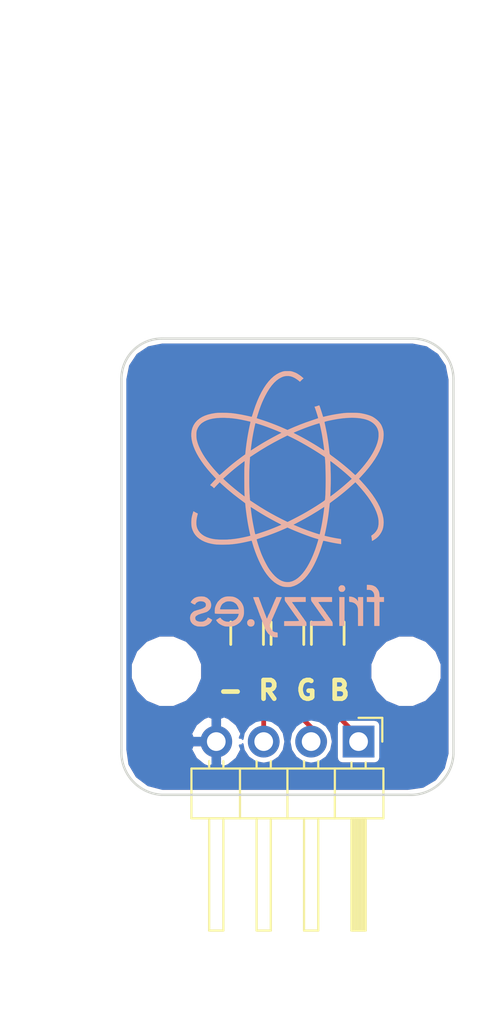
<source format=kicad_pcb>
(kicad_pcb (version 4) (host pcbnew 4.0.7-e2-6376~58~ubuntu16.04.1)

  (general
    (links 9)
    (no_connects 0)
    (area 128.964974 90.106499 146.875501 114.621026)
    (thickness 1.6)
    (drawings 19)
    (tracks 25)
    (zones 0)
    (modules 9)
    (nets 8)
  )

  (page A4)
  (layers
    (0 F.Cu signal)
    (31 B.Cu signal)
    (32 B.Adhes user)
    (33 F.Adhes user)
    (34 B.Paste user)
    (35 F.Paste user)
    (36 B.SilkS user)
    (37 F.SilkS user)
    (38 B.Mask user)
    (39 F.Mask user)
    (40 Dwgs.User user)
    (41 Cmts.User user)
    (42 Eco1.User user)
    (43 Eco2.User user)
    (44 Edge.Cuts user)
    (45 Margin user)
    (46 B.CrtYd user)
    (47 F.CrtYd user)
    (48 B.Fab user)
    (49 F.Fab user)
  )

  (setup
    (last_trace_width 0.254)
    (user_trace_width 0.1524)
    (user_trace_width 0.2)
    (user_trace_width 0.25)
    (user_trace_width 0.3)
    (user_trace_width 0.4)
    (user_trace_width 0.5)
    (user_trace_width 0.6)
    (user_trace_width 0.8)
    (user_trace_width 1)
    (user_trace_width 1.2)
    (user_trace_width 1.5)
    (user_trace_width 2)
    (trace_clearance 0.254)
    (zone_clearance 0.2)
    (zone_45_only no)
    (trace_min 0.1524)
    (segment_width 0.127)
    (edge_width 0.127)
    (via_size 0.6858)
    (via_drill 0.3302)
    (via_min_size 0.6858)
    (via_min_drill 0.3302)
    (uvia_size 0.508)
    (uvia_drill 0.127)
    (uvias_allowed no)
    (uvia_min_size 0.508)
    (uvia_min_drill 0.127)
    (pcb_text_width 0.127)
    (pcb_text_size 0.6 0.6)
    (mod_edge_width 0.127)
    (mod_text_size 0.6 0.6)
    (mod_text_width 0.127)
    (pad_size 1.7 1.7)
    (pad_drill 1)
    (pad_to_mask_clearance 0.05)
    (pad_to_paste_clearance -0.04)
    (aux_axis_origin 128.905 89.916)
    (visible_elements FFFFFF7F)
    (pcbplotparams
      (layerselection 0x010f0_80000001)
      (usegerberextensions true)
      (usegerberattributes true)
      (excludeedgelayer true)
      (linewidth 0.100000)
      (plotframeref false)
      (viasonmask false)
      (mode 1)
      (useauxorigin true)
      (hpglpennumber 1)
      (hpglpenspeed 20)
      (hpglpendiameter 15)
      (hpglpenoverlay 2)
      (psnegative false)
      (psa4output false)
      (plotreference false)
      (plotvalue false)
      (plotinvisibletext false)
      (padsonsilk false)
      (subtractmaskfromsilk false)
      (outputformat 1)
      (mirror false)
      (drillshape 0)
      (scaleselection 1)
      (outputdirectory CAM/))
  )

  (net 0 "")
  (net 1 GND)
  (net 2 "Net-(LED1-Pad1)")
  (net 3 "Net-(LED1-Pad2)")
  (net 4 "Net-(LED1-Pad3)")
  (net 5 RED)
  (net 6 GREEN)
  (net 7 BLUE)

  (net_class Default "Dit is de standaard class."
    (clearance 0.254)
    (trace_width 0.254)
    (via_dia 0.6858)
    (via_drill 0.3302)
    (uvia_dia 0.508)
    (uvia_drill 0.127)
    (add_net BLUE)
    (add_net GND)
    (add_net GREEN)
    (add_net "Net-(LED1-Pad1)")
    (add_net "Net-(LED1-Pad2)")
    (add_net "Net-(LED1-Pad3)")
    (add_net RED)
  )

  (net_class 0.2mm ""
    (clearance 0.2)
    (trace_width 0.2)
    (via_dia 0.6858)
    (via_drill 0.3302)
    (uvia_dia 0.508)
    (uvia_drill 0.127)
  )

  (net_class Minimal ""
    (clearance 0.1524)
    (trace_width 0.1524)
    (via_dia 0.6858)
    (via_drill 0.3302)
    (uvia_dia 0.508)
    (uvia_drill 0.127)
  )

  (module Pin_Headers:Pin_Header_Angled_1x04_Pitch2.54mm (layer F.Cu) (tedit 5A818EED) (tstamp 5A818EB3)
    (at 141.732 111.7092 270)
    (descr "Through hole angled pin header, 1x04, 2.54mm pitch, 6mm pin length, single row")
    (tags "Through hole angled pin header THT 1x04 2.54mm single row")
    (path /59230A2F)
    (fp_text reference P1 (at 4.385 -2.27 270) (layer F.SilkS) hide
      (effects (font (size 1 1) (thickness 0.15)))
    )
    (fp_text value CONN_01X04 (at 4.385 9.89 270) (layer F.Fab)
      (effects (font (size 1 1) (thickness 0.15)))
    )
    (fp_line (start 2.135 -1.27) (end 4.04 -1.27) (layer F.Fab) (width 0.1))
    (fp_line (start 4.04 -1.27) (end 4.04 8.89) (layer F.Fab) (width 0.1))
    (fp_line (start 4.04 8.89) (end 1.5 8.89) (layer F.Fab) (width 0.1))
    (fp_line (start 1.5 8.89) (end 1.5 -0.635) (layer F.Fab) (width 0.1))
    (fp_line (start 1.5 -0.635) (end 2.135 -1.27) (layer F.Fab) (width 0.1))
    (fp_line (start -0.32 -0.32) (end 1.5 -0.32) (layer F.Fab) (width 0.1))
    (fp_line (start -0.32 -0.32) (end -0.32 0.32) (layer F.Fab) (width 0.1))
    (fp_line (start -0.32 0.32) (end 1.5 0.32) (layer F.Fab) (width 0.1))
    (fp_line (start 4.04 -0.32) (end 10.04 -0.32) (layer F.Fab) (width 0.1))
    (fp_line (start 10.04 -0.32) (end 10.04 0.32) (layer F.Fab) (width 0.1))
    (fp_line (start 4.04 0.32) (end 10.04 0.32) (layer F.Fab) (width 0.1))
    (fp_line (start -0.32 2.22) (end 1.5 2.22) (layer F.Fab) (width 0.1))
    (fp_line (start -0.32 2.22) (end -0.32 2.86) (layer F.Fab) (width 0.1))
    (fp_line (start -0.32 2.86) (end 1.5 2.86) (layer F.Fab) (width 0.1))
    (fp_line (start 4.04 2.22) (end 10.04 2.22) (layer F.Fab) (width 0.1))
    (fp_line (start 10.04 2.22) (end 10.04 2.86) (layer F.Fab) (width 0.1))
    (fp_line (start 4.04 2.86) (end 10.04 2.86) (layer F.Fab) (width 0.1))
    (fp_line (start -0.32 4.76) (end 1.5 4.76) (layer F.Fab) (width 0.1))
    (fp_line (start -0.32 4.76) (end -0.32 5.4) (layer F.Fab) (width 0.1))
    (fp_line (start -0.32 5.4) (end 1.5 5.4) (layer F.Fab) (width 0.1))
    (fp_line (start 4.04 4.76) (end 10.04 4.76) (layer F.Fab) (width 0.1))
    (fp_line (start 10.04 4.76) (end 10.04 5.4) (layer F.Fab) (width 0.1))
    (fp_line (start 4.04 5.4) (end 10.04 5.4) (layer F.Fab) (width 0.1))
    (fp_line (start -0.32 7.3) (end 1.5 7.3) (layer F.Fab) (width 0.1))
    (fp_line (start -0.32 7.3) (end -0.32 7.94) (layer F.Fab) (width 0.1))
    (fp_line (start -0.32 7.94) (end 1.5 7.94) (layer F.Fab) (width 0.1))
    (fp_line (start 4.04 7.3) (end 10.04 7.3) (layer F.Fab) (width 0.1))
    (fp_line (start 10.04 7.3) (end 10.04 7.94) (layer F.Fab) (width 0.1))
    (fp_line (start 4.04 7.94) (end 10.04 7.94) (layer F.Fab) (width 0.1))
    (fp_line (start 1.44 -1.33) (end 1.44 8.95) (layer F.SilkS) (width 0.12))
    (fp_line (start 1.44 8.95) (end 4.1 8.95) (layer F.SilkS) (width 0.12))
    (fp_line (start 4.1 8.95) (end 4.1 -1.33) (layer F.SilkS) (width 0.12))
    (fp_line (start 4.1 -1.33) (end 1.44 -1.33) (layer F.SilkS) (width 0.12))
    (fp_line (start 4.1 -0.38) (end 10.1 -0.38) (layer F.SilkS) (width 0.12))
    (fp_line (start 10.1 -0.38) (end 10.1 0.38) (layer F.SilkS) (width 0.12))
    (fp_line (start 10.1 0.38) (end 4.1 0.38) (layer F.SilkS) (width 0.12))
    (fp_line (start 4.1 -0.32) (end 10.1 -0.32) (layer F.SilkS) (width 0.12))
    (fp_line (start 4.1 -0.2) (end 10.1 -0.2) (layer F.SilkS) (width 0.12))
    (fp_line (start 4.1 -0.08) (end 10.1 -0.08) (layer F.SilkS) (width 0.12))
    (fp_line (start 4.1 0.04) (end 10.1 0.04) (layer F.SilkS) (width 0.12))
    (fp_line (start 4.1 0.16) (end 10.1 0.16) (layer F.SilkS) (width 0.12))
    (fp_line (start 4.1 0.28) (end 10.1 0.28) (layer F.SilkS) (width 0.12))
    (fp_line (start 1.11 -0.38) (end 1.44 -0.38) (layer F.SilkS) (width 0.12))
    (fp_line (start 1.11 0.38) (end 1.44 0.38) (layer F.SilkS) (width 0.12))
    (fp_line (start 1.44 1.27) (end 4.1 1.27) (layer F.SilkS) (width 0.12))
    (fp_line (start 4.1 2.16) (end 10.1 2.16) (layer F.SilkS) (width 0.12))
    (fp_line (start 10.1 2.16) (end 10.1 2.92) (layer F.SilkS) (width 0.12))
    (fp_line (start 10.1 2.92) (end 4.1 2.92) (layer F.SilkS) (width 0.12))
    (fp_line (start 1.042929 2.16) (end 1.44 2.16) (layer F.SilkS) (width 0.12))
    (fp_line (start 1.042929 2.92) (end 1.44 2.92) (layer F.SilkS) (width 0.12))
    (fp_line (start 1.44 3.81) (end 4.1 3.81) (layer F.SilkS) (width 0.12))
    (fp_line (start 4.1 4.7) (end 10.1 4.7) (layer F.SilkS) (width 0.12))
    (fp_line (start 10.1 4.7) (end 10.1 5.46) (layer F.SilkS) (width 0.12))
    (fp_line (start 10.1 5.46) (end 4.1 5.46) (layer F.SilkS) (width 0.12))
    (fp_line (start 1.042929 4.7) (end 1.44 4.7) (layer F.SilkS) (width 0.12))
    (fp_line (start 1.042929 5.46) (end 1.44 5.46) (layer F.SilkS) (width 0.12))
    (fp_line (start 1.44 6.35) (end 4.1 6.35) (layer F.SilkS) (width 0.12))
    (fp_line (start 4.1 7.24) (end 10.1 7.24) (layer F.SilkS) (width 0.12))
    (fp_line (start 10.1 7.24) (end 10.1 8) (layer F.SilkS) (width 0.12))
    (fp_line (start 10.1 8) (end 4.1 8) (layer F.SilkS) (width 0.12))
    (fp_line (start 1.042929 7.24) (end 1.44 7.24) (layer F.SilkS) (width 0.12))
    (fp_line (start 1.042929 8) (end 1.44 8) (layer F.SilkS) (width 0.12))
    (fp_line (start -1.27 0) (end -1.27 -1.27) (layer F.SilkS) (width 0.12))
    (fp_line (start -1.27 -1.27) (end 0 -1.27) (layer F.SilkS) (width 0.12))
    (fp_line (start -1.8 -1.8) (end -1.8 9.4) (layer F.CrtYd) (width 0.05))
    (fp_line (start -1.8 9.4) (end 10.55 9.4) (layer F.CrtYd) (width 0.05))
    (fp_line (start 10.55 9.4) (end 10.55 -1.8) (layer F.CrtYd) (width 0.05))
    (fp_line (start 10.55 -1.8) (end -1.8 -1.8) (layer F.CrtYd) (width 0.05))
    (fp_text user %R (at 2.77 3.81 360) (layer F.Fab) hide
      (effects (font (size 1 1) (thickness 0.15)))
    )
    (pad 4 thru_hole rect (at 0 0 270) (size 1.7 1.7) (drill 1) (layers *.Cu *.Mask)
      (net 7 BLUE))
    (pad 3 thru_hole oval (at 0 2.54 270) (size 1.7 1.7) (drill 1) (layers *.Cu *.Mask)
      (net 6 GREEN))
    (pad 2 thru_hole oval (at 0 5.08 270) (size 1.7 1.7) (drill 1) (layers *.Cu *.Mask)
      (net 5 RED))
    (pad 1 thru_hole oval (at 0 7.62 270) (size 1.7 1.7) (drill 1) (layers *.Cu *.Mask)
      (net 1 GND))
    (model ${KISYS3DMOD}/Pin_Headers.3dshapes/Pin_Header_Angled_1x04_Pitch2.54mm.wrl
      (at (xyz 0 0 0))
      (scale (xyz 1 1 1))
      (rotate (xyz 0 0 0))
    )
  )

  (module Mounting_Holes:MountingHole_3.2mm_M3 (layer F.Cu) (tedit 59230DD1) (tstamp 592C73C8)
    (at 144.272 107.95)
    (descr "Mounting Hole 3.2mm, no annular, M3")
    (tags "mounting hole 3.2mm no annular m3")
    (fp_text reference REF** (at 0 -4.2) (layer F.SilkS) hide
      (effects (font (size 1 1) (thickness 0.15)))
    )
    (fp_text value MountingHole_3.2mm_M3 (at 0 4.2) (layer F.Fab) hide
      (effects (font (size 1 1) (thickness 0.15)))
    )
    (fp_circle (center 0 0) (end 3.2 0) (layer Cmts.User) (width 0.15))
    (fp_circle (center 0 0) (end 3.45 0) (layer F.CrtYd) (width 0.05))
    (pad 1 np_thru_hole circle (at 0 0) (size 3.2 3.2) (drill 3.2) (layers *.Cu *.Mask))
  )

  (module SparkFun-LED:LED-TRICOLOR-5050 (layer F.Cu) (tedit 59230C1E) (tstamp 59230BAB)
    (at 137.922 97.663 180)
    (descr "5050 SMD RGB LED")
    (tags "5050 SMD RGB LED")
    (path /592305F2)
    (attr smd)
    (fp_text reference LED1 (at -0.635 -3.175 180) (layer B.SilkS) hide
      (effects (font (size 0.762 0.762) (thickness 0.0508)) (justify mirror))
    )
    (fp_text value RGBLED5050 (at -0.254 3.175 180) (layer B.SilkS) hide
      (effects (font (size 0.762 0.762) (thickness 0.0508)) (justify mirror))
    )
    (fp_line (start 1.69926 0.44958) (end 2.69748 0.44958) (layer Dwgs.User) (width 0.06604))
    (fp_line (start 2.69748 0.44958) (end 2.69748 -0.44958) (layer Dwgs.User) (width 0.06604))
    (fp_line (start 1.69926 -0.44958) (end 2.69748 -0.44958) (layer Dwgs.User) (width 0.06604))
    (fp_line (start 1.69926 0.44958) (end 1.69926 -0.44958) (layer Dwgs.User) (width 0.06604))
    (fp_line (start 1.69926 -1.14808) (end 2.69748 -1.14808) (layer Dwgs.User) (width 0.06604))
    (fp_line (start 2.69748 -1.14808) (end 2.69748 -2.04978) (layer Dwgs.User) (width 0.06604))
    (fp_line (start 1.69926 -2.04978) (end 2.69748 -2.04978) (layer Dwgs.User) (width 0.06604))
    (fp_line (start 1.69926 -1.14808) (end 1.69926 -2.04978) (layer Dwgs.User) (width 0.06604))
    (fp_line (start 1.69926 2.04978) (end 2.69748 2.04978) (layer Dwgs.User) (width 0.06604))
    (fp_line (start 2.69748 2.04978) (end 2.69748 1.14808) (layer Dwgs.User) (width 0.06604))
    (fp_line (start 1.69926 1.14808) (end 2.69748 1.14808) (layer Dwgs.User) (width 0.06604))
    (fp_line (start 1.69926 2.04978) (end 1.69926 1.14808) (layer Dwgs.User) (width 0.06604))
    (fp_line (start -2.69748 -1.14808) (end -1.69926 -1.14808) (layer Dwgs.User) (width 0.06604))
    (fp_line (start -1.69926 -1.14808) (end -1.69926 -2.04978) (layer Dwgs.User) (width 0.06604))
    (fp_line (start -2.69748 -2.04978) (end -1.69926 -2.04978) (layer Dwgs.User) (width 0.06604))
    (fp_line (start -2.69748 -1.14808) (end -2.69748 -2.04978) (layer Dwgs.User) (width 0.06604))
    (fp_line (start -2.69748 0.44958) (end -1.69926 0.44958) (layer Dwgs.User) (width 0.06604))
    (fp_line (start -1.69926 0.44958) (end -1.69926 -0.44958) (layer Dwgs.User) (width 0.06604))
    (fp_line (start -2.69748 -0.44958) (end -1.69926 -0.44958) (layer Dwgs.User) (width 0.06604))
    (fp_line (start -2.69748 0.44958) (end -2.69748 -0.44958) (layer Dwgs.User) (width 0.06604))
    (fp_line (start -2.69748 2.04978) (end -1.69926 2.04978) (layer Dwgs.User) (width 0.06604))
    (fp_line (start -1.69926 2.04978) (end -1.69926 1.14808) (layer Dwgs.User) (width 0.06604))
    (fp_line (start -2.69748 1.14808) (end -1.69926 1.14808) (layer Dwgs.User) (width 0.06604))
    (fp_line (start -2.69748 2.04978) (end -2.69748 1.14808) (layer Dwgs.User) (width 0.06604))
    (fp_line (start -2.49936 2.49936) (end -2.49936 -1.99898) (layer Dwgs.User) (width 0.127))
    (fp_line (start -1.79832 -2.49936) (end 2.49936 -2.49936) (layer Dwgs.User) (width 0.127))
    (fp_line (start 2.49936 -2.49936) (end 2.49936 2.49936) (layer Dwgs.User) (width 0.127))
    (fp_line (start 2.49936 2.49936) (end -2.49936 2.49936) (layer Dwgs.User) (width 0.127))
    (fp_line (start -0.99822 -2.49936) (end 0.99822 -2.49936) (layer Dwgs.User) (width 0.2032))
    (fp_line (start -0.99822 2.49936) (end 0.99822 2.49936) (layer Dwgs.User) (width 0.2032))
    (fp_line (start -2.49936 -0.6985) (end -2.49936 -0.89916) (layer Dwgs.User) (width 0.2032))
    (fp_line (start -2.49936 0.89916) (end -2.49936 0.6985) (layer Dwgs.User) (width 0.2032))
    (fp_line (start 2.49936 0.89916) (end 2.49936 0.6985) (layer Dwgs.User) (width 0.2032))
    (fp_line (start 2.49936 -0.6985) (end 2.49936 -0.89916) (layer Dwgs.User) (width 0.2032))
    (fp_line (start 0.254 0.127) (end 0.254 -0.127) (layer Dwgs.User) (width 0.2032))
    (fp_line (start 0.254 -0.127) (end 0.508 -0.127) (layer Dwgs.User) (width 0.2032))
    (fp_line (start 0.508 -0.127) (end 0.508 0.127) (layer Dwgs.User) (width 0.2032))
    (fp_line (start 0.508 0.127) (end 0.254 0.127) (layer Dwgs.User) (width 0.2032))
    (fp_line (start -2.49936 -1.99898) (end -1.79832 -2.49936) (layer Dwgs.User) (width 0.127))
    (fp_circle (center -0.6985 -1.99898) (end -0.81026 -2.11074) (layer Dwgs.User) (width 0.1016))
    (fp_circle (center 0 0) (end -0.99822 0.99822) (layer Dwgs.User) (width 0.0635))
    (pad 1 smd oval (at -2.39776 -1.69926 180) (size 1.99898 1.09982) (layers F.Cu F.Paste F.Mask)
      (net 2 "Net-(LED1-Pad1)"))
    (pad 2 smd oval (at -2.39776 0 180) (size 1.99898 1.09982) (layers F.Cu F.Paste F.Mask)
      (net 3 "Net-(LED1-Pad2)"))
    (pad 3 smd oval (at -2.39776 1.69926 180) (size 1.99898 1.09982) (layers F.Cu F.Paste F.Mask)
      (net 4 "Net-(LED1-Pad3)"))
    (pad 4 smd oval (at 2.39776 1.69926 180) (size 1.99898 1.09982) (layers F.Cu F.Paste F.Mask)
      (net 1 GND))
    (pad 5 smd oval (at 2.39776 0 180) (size 1.99898 1.09982) (layers F.Cu F.Paste F.Mask)
      (net 1 GND))
    (pad 6 smd oval (at 2.39776 -1.69926 180) (size 1.99898 1.09982) (layers F.Cu F.Paste F.Mask)
      (net 1 GND))
    (model ${KIPRJMOD}/3d_modules/AB2_PLCC6_LED_STRAIGHT.wrl
      (at (xyz 0 0 0))
      (scale (xyz 0.3 0.3 0.3))
      (rotate (xyz 0 0 0))
    )
  )

  (module Resistors_SMD:R_0805 (layer F.Cu) (tedit 5910AB2D) (tstamp 5910450C)
    (at 140.081 105.918 90)
    (descr "Resistor SMD 0805, reflow soldering, Vishay (see dcrcw.pdf)")
    (tags "resistor 0805")
    (path /59230805)
    (attr smd)
    (fp_text reference R1 (at 0 -2.1 90) (layer F.SilkS) hide
      (effects (font (size 1 1) (thickness 0.15)))
    )
    (fp_text value 330 (at 0 2.1 90) (layer F.Fab) hide
      (effects (font (size 1 1) (thickness 0.15)))
    )
    (fp_line (start -1 0.625) (end -1 -0.625) (layer F.Fab) (width 0.1))
    (fp_line (start 1 0.625) (end -1 0.625) (layer F.Fab) (width 0.1))
    (fp_line (start 1 -0.625) (end 1 0.625) (layer F.Fab) (width 0.1))
    (fp_line (start -1 -0.625) (end 1 -0.625) (layer F.Fab) (width 0.1))
    (fp_line (start -1.6 -1) (end 1.6 -1) (layer F.CrtYd) (width 0.05))
    (fp_line (start -1.6 1) (end 1.6 1) (layer F.CrtYd) (width 0.05))
    (fp_line (start -1.6 -1) (end -1.6 1) (layer F.CrtYd) (width 0.05))
    (fp_line (start 1.6 -1) (end 1.6 1) (layer F.CrtYd) (width 0.05))
    (fp_line (start 0.6 0.875) (end -0.6 0.875) (layer F.SilkS) (width 0.15))
    (fp_line (start -0.6 -0.875) (end 0.6 -0.875) (layer F.SilkS) (width 0.15))
    (pad 1 smd rect (at -0.95 0 90) (size 0.7 1.3) (layers F.Cu F.Paste F.Mask)
      (net 7 BLUE))
    (pad 2 smd rect (at 0.95 0 90) (size 0.7 1.3) (layers F.Cu F.Paste F.Mask)
      (net 4 "Net-(LED1-Pad3)"))
    (model Resistors_SMD.3dshapes/R_0805.wrl
      (at (xyz 0 0 0))
      (scale (xyz 1 1 1))
      (rotate (xyz 0 0 0))
    )
  )

  (module Resistors_SMD:R_0805 (layer F.Cu) (tedit 59230C2F) (tstamp 59230BD5)
    (at 137.922 105.918 270)
    (descr "Resistor SMD 0805, reflow soldering, Vishay (see dcrcw.pdf)")
    (tags "resistor 0805")
    (path /59230856)
    (attr smd)
    (fp_text reference R2 (at 0 -2.1 270) (layer F.SilkS) hide
      (effects (font (size 1 1) (thickness 0.15)))
    )
    (fp_text value 330 (at 0 2.1 270) (layer F.Fab) hide
      (effects (font (size 1 1) (thickness 0.15)))
    )
    (fp_line (start -1 0.625) (end -1 -0.625) (layer F.Fab) (width 0.1))
    (fp_line (start 1 0.625) (end -1 0.625) (layer F.Fab) (width 0.1))
    (fp_line (start 1 -0.625) (end 1 0.625) (layer F.Fab) (width 0.1))
    (fp_line (start -1 -0.625) (end 1 -0.625) (layer F.Fab) (width 0.1))
    (fp_line (start -1.6 -1) (end 1.6 -1) (layer F.CrtYd) (width 0.05))
    (fp_line (start -1.6 1) (end 1.6 1) (layer F.CrtYd) (width 0.05))
    (fp_line (start -1.6 -1) (end -1.6 1) (layer F.CrtYd) (width 0.05))
    (fp_line (start 1.6 -1) (end 1.6 1) (layer F.CrtYd) (width 0.05))
    (fp_line (start 0.6 0.875) (end -0.6 0.875) (layer F.SilkS) (width 0.15))
    (fp_line (start -0.6 -0.875) (end 0.6 -0.875) (layer F.SilkS) (width 0.15))
    (pad 1 smd rect (at -0.95 0 270) (size 0.7 1.3) (layers F.Cu F.Paste F.Mask)
      (net 2 "Net-(LED1-Pad1)"))
    (pad 2 smd rect (at 0.95 0 270) (size 0.7 1.3) (layers F.Cu F.Paste F.Mask)
      (net 6 GREEN))
    (model Resistors_SMD.3dshapes/R_0805.wrl
      (at (xyz 0 0 0))
      (scale (xyz 1 1 1))
      (rotate (xyz 0 0 0))
    )
  )

  (module Resistors_SMD:R_0805 (layer F.Cu) (tedit 59230C34) (tstamp 59230BF3)
    (at 135.763 105.918 270)
    (descr "Resistor SMD 0805, reflow soldering, Vishay (see dcrcw.pdf)")
    (tags "resistor 0805")
    (path /59230874)
    (attr smd)
    (fp_text reference R3 (at 0 -2.1 270) (layer F.SilkS) hide
      (effects (font (size 1 1) (thickness 0.15)))
    )
    (fp_text value 470 (at 0 2.1 270) (layer F.Fab) hide
      (effects (font (size 1 1) (thickness 0.15)))
    )
    (fp_line (start -1 0.625) (end -1 -0.625) (layer F.Fab) (width 0.1))
    (fp_line (start 1 0.625) (end -1 0.625) (layer F.Fab) (width 0.1))
    (fp_line (start 1 -0.625) (end 1 0.625) (layer F.Fab) (width 0.1))
    (fp_line (start -1 -0.625) (end 1 -0.625) (layer F.Fab) (width 0.1))
    (fp_line (start -1.6 -1) (end 1.6 -1) (layer F.CrtYd) (width 0.05))
    (fp_line (start -1.6 1) (end 1.6 1) (layer F.CrtYd) (width 0.05))
    (fp_line (start -1.6 -1) (end -1.6 1) (layer F.CrtYd) (width 0.05))
    (fp_line (start 1.6 -1) (end 1.6 1) (layer F.CrtYd) (width 0.05))
    (fp_line (start 0.6 0.875) (end -0.6 0.875) (layer F.SilkS) (width 0.15))
    (fp_line (start -0.6 -0.875) (end 0.6 -0.875) (layer F.SilkS) (width 0.15))
    (pad 1 smd rect (at -0.95 0 270) (size 0.7 1.3) (layers F.Cu F.Paste F.Mask)
      (net 3 "Net-(LED1-Pad2)"))
    (pad 2 smd rect (at 0.95 0 270) (size 0.7 1.3) (layers F.Cu F.Paste F.Mask)
      (net 5 RED))
    (model Resistors_SMD.3dshapes/R_0805.wrl
      (at (xyz 0 0 0))
      (scale (xyz 1 1 1))
      (rotate (xyz 0 0 0))
    )
  )

  (module Mounting_Holes:MountingHole_3.2mm_M3 (layer F.Cu) (tedit 59230DD1) (tstamp 592C73AB)
    (at 131.445 107.95)
    (descr "Mounting Hole 3.2mm, no annular, M3")
    (tags "mounting hole 3.2mm no annular m3")
    (fp_text reference REF** (at 0 -4.2) (layer F.SilkS) hide
      (effects (font (size 1 1) (thickness 0.15)))
    )
    (fp_text value MountingHole_3.2mm_M3 (at 0 4.2) (layer F.Fab) hide
      (effects (font (size 1 1) (thickness 0.15)))
    )
    (fp_circle (center 0 0) (end 3.2 0) (layer Cmts.User) (width 0.15))
    (fp_circle (center 0 0) (end 3.45 0) (layer F.CrtYd) (width 0.05))
    (pad 1 np_thru_hole circle (at 0 0) (size 3.2 3.2) (drill 3.2) (layers *.Cu *.Mask))
  )

  (module Grape:atom_medium (layer B.Cu) (tedit 0) (tstamp 5A818DE0)
    (at 137.922 97.6884 180)
    (fp_text reference G*** (at 0 0 180) (layer B.SilkS) hide
      (effects (font (thickness 0.3)) (justify mirror))
    )
    (fp_text value LOGO (at 0.75 0 180) (layer B.SilkS) hide
      (effects (font (thickness 0.3)) (justify mirror))
    )
    (fp_poly (pts (xy 0.066503 5.776929) (xy 0.121298 5.775495) (xy 0.164218 5.772388) (xy 0.200869 5.76699)
      (xy 0.236857 5.758681) (xy 0.277789 5.746842) (xy 0.282152 5.745507) (xy 0.434474 5.686861)
      (xy 0.583057 5.605729) (xy 0.727664 5.502449) (xy 0.868058 5.377359) (xy 1.003999 5.230797)
      (xy 1.135252 5.0631) (xy 1.261579 4.874607) (xy 1.382742 4.665655) (xy 1.498503 4.436583)
      (xy 1.608625 4.187729) (xy 1.71287 3.919429) (xy 1.811002 3.632023) (xy 1.845574 3.521363)
      (xy 1.865032 3.459339) (xy 1.882812 3.405964) (xy 1.89765 3.364771) (xy 1.908287 3.339294)
      (xy 1.912997 3.332609) (xy 1.926744 3.335653) (xy 1.959233 3.343041) (xy 2.006707 3.353914)
      (xy 2.065411 3.367411) (xy 2.126242 3.381439) (xy 2.461575 3.451579) (xy 2.787802 3.505193)
      (xy 2.923877 3.522939) (xy 3.01534 3.53204) (xy 3.12021 3.53936) (xy 3.233983 3.54484)
      (xy 3.352156 3.54842) (xy 3.470224 3.550043) (xy 3.583682 3.549648) (xy 3.688028 3.547177)
      (xy 3.778756 3.542571) (xy 3.851363 3.535771) (xy 3.856182 3.53514) (xy 4.060844 3.500911)
      (xy 4.245972 3.455659) (xy 4.412536 3.39898) (xy 4.561507 3.330471) (xy 4.693855 3.249727)
      (xy 4.810551 3.156346) (xy 4.844592 3.123882) (xy 4.944743 3.008836) (xy 5.02458 2.883553)
      (xy 5.084244 2.748503) (xy 5.123877 2.60416) (xy 5.143621 2.450995) (xy 5.14362 2.289479)
      (xy 5.124014 2.120085) (xy 5.084946 1.943284) (xy 5.026558 1.759549) (xy 4.948993 1.569351)
      (xy 4.852392 1.373162) (xy 4.736898 1.171454) (xy 4.602653 0.964699) (xy 4.449799 0.753368)
      (xy 4.278478 0.537934) (xy 4.088832 0.318868) (xy 3.956151 0.17512) (xy 3.911799 0.127739)
      (xy 3.873601 0.08604) (xy 3.844161 0.052939) (xy 3.826083 0.031351) (xy 3.821546 0.024409)
      (xy 3.829221 0.012275) (xy 3.848798 -0.009428) (xy 3.863218 -0.023713) (xy 3.886357 -0.046833)
      (xy 3.920878 -0.082609) (xy 3.962593 -0.126646) (xy 4.007312 -0.174547) (xy 4.019947 -0.188211)
      (xy 4.135005 -0.312922) (xy 4.067752 -0.356939) (xy 4.027209 -0.385601) (xy 3.989461 -0.415834)
      (xy 3.966349 -0.437412) (xy 3.932197 -0.473868) (xy 3.780515 -0.314914) (xy 3.628833 -0.155961)
      (xy 3.497166 -0.277992) (xy 3.206355 -0.536977) (xy 2.893957 -0.794825) (xy 2.559241 -1.05214)
      (xy 2.539732 -1.066612) (xy 2.459039 -1.126325) (xy 2.394928 -1.173857) (xy 2.345501 -1.210872)
      (xy 2.308862 -1.239034) (xy 2.283111 -1.260007) (xy 2.266353 -1.275457) (xy 2.25669 -1.287047)
      (xy 2.252224 -1.296441) (xy 2.251058 -1.305304) (xy 2.251294 -1.315301) (xy 2.251357 -1.319561)
      (xy 2.24953 -1.361539) (xy 2.244336 -1.423209) (xy 2.236191 -1.501479) (xy 2.225509 -1.593261)
      (xy 2.212705 -1.695467) (xy 2.198192 -1.805006) (xy 2.182385 -1.918791) (xy 2.165699 -2.033731)
      (xy 2.148549 -2.146738) (xy 2.131348 -2.254723) (xy 2.114511 -2.354597) (xy 2.106191 -2.401455)
      (xy 2.092754 -2.473546) (xy 2.077215 -2.553517) (xy 2.060395 -2.637467) (xy 2.043115 -2.721497)
      (xy 2.026195 -2.801705) (xy 2.010458 -2.874192) (xy 1.996723 -2.935056) (xy 1.985812 -2.980398)
      (xy 1.979456 -3.003552) (xy 1.980264 -3.012228) (xy 1.990635 -3.020508) (xy 2.013721 -3.029592)
      (xy 2.05267 -3.040678) (xy 2.110633 -3.054965) (xy 2.121066 -3.057435) (xy 2.364742 -3.111642)
      (xy 2.592076 -3.155111) (xy 2.806915 -3.188308) (xy 3.013108 -3.211699) (xy 3.214504 -3.225749)
      (xy 3.414951 -3.230922) (xy 3.546688 -3.229742) (xy 3.680968 -3.225317) (xy 3.797295 -3.217976)
      (xy 3.900694 -3.207068) (xy 3.996192 -3.191937) (xy 4.088815 -3.171932) (xy 4.18028 -3.147363)
      (xy 4.331095 -3.094337) (xy 4.465519 -3.028129) (xy 4.582697 -2.949494) (xy 4.681774 -2.859186)
      (xy 4.761895 -2.757961) (xy 4.822204 -2.646573) (xy 4.855371 -2.551546) (xy 4.875453 -2.442967)
      (xy 4.881513 -2.320103) (xy 4.873712 -2.186892) (xy 4.852209 -2.047271) (xy 4.831236 -1.956009)
      (xy 4.819125 -1.908554) (xy 4.809607 -1.869665) (xy 4.803957 -1.844634) (xy 4.802953 -1.83847)
      (xy 4.812681 -1.829495) (xy 4.837359 -1.816289) (xy 4.853924 -1.809013) (xy 4.892884 -1.790952)
      (xy 4.938863 -1.766796) (xy 4.96793 -1.750088) (xy 5.031008 -1.712104) (xy 5.066807 -1.828757)
      (xy 5.096236 -1.930239) (xy 5.117328 -2.0182) (xy 5.131254 -2.100163) (xy 5.139185 -2.183648)
      (xy 5.14229 -2.276179) (xy 5.14245 -2.314864) (xy 5.140808 -2.407549) (xy 5.135448 -2.484423)
      (xy 5.125112 -2.552633) (xy 5.108543 -2.619328) (xy 5.084483 -2.691656) (xy 5.068835 -2.73324)
      (xy 5.006906 -2.861735) (xy 4.924798 -2.980474) (xy 4.823609 -3.088665) (xy 4.704441 -3.185515)
      (xy 4.568393 -3.270233) (xy 4.416565 -3.342027) (xy 4.250058 -3.400103) (xy 4.087091 -3.440285)
      (xy 4.008115 -3.455632) (xy 3.937465 -3.467707) (xy 3.870587 -3.476877) (xy 3.802928 -3.483511)
      (xy 3.729937 -3.487976) (xy 3.64706 -3.490639) (xy 3.549745 -3.49187) (xy 3.446319 -3.492057)
      (xy 3.260901 -3.489098) (xy 3.08319 -3.480343) (xy 2.908284 -3.46519) (xy 2.731285 -3.443036)
      (xy 2.547292 -3.413279) (xy 2.351405 -3.375318) (xy 2.164773 -3.334527) (xy 2.097144 -3.319108)
      (xy 2.036084 -3.305228) (xy 1.98565 -3.293805) (xy 1.949899 -3.285758) (xy 1.933387 -3.28211)
      (xy 1.921215 -3.282181) (xy 1.911268 -3.290979) (xy 1.901319 -3.312507) (xy 1.889144 -3.350767)
      (xy 1.882694 -3.373274) (xy 1.80787 -3.620534) (xy 1.724589 -3.862951) (xy 1.634034 -4.097921)
      (xy 1.537385 -4.322841) (xy 1.435824 -4.535107) (xy 1.33053 -4.732115) (xy 1.222685 -4.911263)
      (xy 1.11347 -5.069946) (xy 1.112536 -5.071203) (xy 0.978845 -5.237093) (xy 0.840781 -5.380848)
      (xy 0.698529 -5.502327) (xy 0.55227 -5.601389) (xy 0.402189 -5.677891) (xy 0.265546 -5.72689)
      (xy 0.202863 -5.740483) (xy 0.125673 -5.750345) (xy 0.040999 -5.756212) (xy -0.044135 -5.757823)
      (xy -0.122703 -5.754918) (xy -0.187683 -5.747234) (xy -0.202045 -5.744293) (xy -0.355672 -5.698059)
      (xy -0.504116 -5.631268) (xy -0.647861 -5.543533) (xy -0.787388 -5.434465) (xy -0.923177 -5.303676)
      (xy -1.055711 -5.150779) (xy -1.185471 -4.975385) (xy -1.220098 -4.924113) (xy -1.325002 -4.754278)
      (xy -1.42824 -4.564456) (xy -1.528461 -4.357754) (xy -1.624315 -4.137272) (xy -1.71445 -3.906116)
      (xy -1.797516 -3.667389) (xy -1.870785 -3.429) (xy -1.886334 -3.376428) (xy -1.900336 -3.331949)
      (xy -1.911238 -3.300312) (xy -1.917419 -3.286343) (xy -1.931031 -3.285464) (xy -1.962936 -3.289572)
      (xy -2.00905 -3.297961) (xy -2.065286 -3.309927) (xy -2.097302 -3.31736) (xy -2.262838 -3.354898)
      (xy -2.429911 -3.389104) (xy -2.589852 -3.418265) (xy -2.690091 -3.434337) (xy -2.743792 -3.442426)
      (xy -2.791834 -3.449741) (xy -2.827801 -3.455302) (xy -2.842051 -3.457575) (xy -2.872785 -3.462653)
      (xy -2.869188 -3.208288) (xy -1.662545 -3.208288) (xy -1.659083 -3.225169) (xy -1.649451 -3.260373)
      (xy -1.634779 -3.310313) (xy -1.616198 -3.371405) (xy -1.594838 -3.440064) (xy -1.57183 -3.512705)
      (xy -1.548304 -3.585744) (xy -1.525391 -3.655595) (xy -1.504221 -3.718674) (xy -1.485925 -3.771396)
      (xy -1.478375 -3.792298) (xy -1.378474 -4.047914) (xy -1.274078 -4.284264) (xy -1.165479 -4.500953)
      (xy -1.052969 -4.697586) (xy -0.936841 -4.87377) (xy -0.817387 -5.02911) (xy -0.694899 -5.163211)
      (xy -0.569669 -5.275679) (xy -0.44199 -5.366119) (xy -0.312154 -5.434138) (xy -0.241784 -5.461226)
      (xy -0.118661 -5.491983) (xy 0.00459 -5.500699) (xy 0.131193 -5.487497) (xy 0.178955 -5.477222)
      (xy 0.301212 -5.436199) (xy 0.424021 -5.372725) (xy 0.546677 -5.287407) (xy 0.668478 -5.180852)
      (xy 0.788722 -5.053666) (xy 0.906706 -4.906455) (xy 1.00701 -4.7625) (xy 1.055157 -4.684614)
      (xy 1.109053 -4.589928) (xy 1.166282 -4.483242) (xy 1.224429 -4.369354) (xy 1.281079 -4.253066)
      (xy 1.333818 -4.139177) (xy 1.380231 -4.032485) (xy 1.404935 -3.971637) (xy 1.432943 -3.898303)
      (xy 1.462505 -3.817449) (xy 1.492729 -3.731857) (xy 1.522723 -3.64431) (xy 1.551594 -3.557594)
      (xy 1.57845 -3.47449) (xy 1.602399 -3.397782) (xy 1.622549 -3.330255) (xy 1.638008 -3.274691)
      (xy 1.647883 -3.233874) (xy 1.651281 -3.210587) (xy 1.650244 -3.206365) (xy 1.638463 -3.201989)
      (xy 1.607365 -3.191282) (xy 1.559568 -3.175123) (xy 1.497691 -3.154389) (xy 1.424354 -3.12996)
      (xy 1.342174 -3.102715) (xy 1.287319 -3.084591) (xy 1.059051 -3.006484) (xy 0.825769 -2.921402)
      (xy 0.594551 -2.832075) (xy 0.372476 -2.741231) (xy 0.180894 -2.658018) (xy -0.001894 -2.576025)
      (xy -0.171242 -2.651442) (xy -0.300242 -2.707673) (xy -0.438463 -2.765724) (xy -0.582908 -2.824478)
      (xy -0.73058 -2.882817) (xy -0.878481 -2.939625) (xy -1.023614 -2.993785) (xy -1.162982 -3.044181)
      (xy -1.293586 -3.089695) (xy -1.412431 -3.12921) (xy -1.516518 -3.161611) (xy -1.60285 -3.185779)
      (xy -1.610646 -3.187764) (xy -1.641321 -3.19694) (xy -1.659948 -3.20531) (xy -1.662545 -3.208288)
      (xy -2.869188 -3.208288) (xy -2.869045 -3.198199) (xy -2.834409 -3.192345) (xy -2.805129 -3.187653)
      (xy -2.762545 -3.181125) (xy -2.718954 -3.174629) (xy -2.625133 -3.159539) (xy -2.516319 -3.139855)
      (xy -2.399807 -3.117017) (xy -2.282894 -3.092463) (xy -2.172874 -3.067633) (xy -2.15492 -3.063378)
      (xy -1.983432 -3.022406) (xy -1.989842 -2.991908) (xy -1.994257 -2.971259) (xy -2.00268 -2.932176)
      (xy -2.014218 -2.878791) (xy -2.027978 -2.815236) (xy -2.043067 -2.745642) (xy -2.043138 -2.745318)
      (xy -2.082208 -2.555273) (xy -2.120284 -2.350871) (xy -2.155801 -2.140841) (xy -2.181421 -1.973946)
      (xy -2.187763 -1.928343) (xy -2.195603 -1.868532) (xy -2.204513 -1.798136) (xy -2.214063 -1.720779)
      (xy -2.223825 -1.640082) (xy -2.23337 -1.55967) (xy -2.242269 -1.483165) (xy -2.244197 -1.466161)
      (xy -1.981935 -1.466161) (xy -1.966645 -1.596103) (xy -1.935225 -1.841553) (xy -1.898736 -2.088679)
      (xy -1.858225 -2.331192) (xy -1.814739 -2.562807) (xy -1.772264 -2.764165) (xy -1.758583 -2.825501)
      (xy -1.746882 -2.878479) (xy -1.738009 -2.919204) (xy -1.732817 -2.943783) (xy -1.731818 -2.949241)
      (xy -1.721235 -2.94847) (xy -1.690792 -2.940745) (xy -1.642451 -2.926665) (xy -1.578172 -2.906829)
      (xy -1.499916 -2.881837) (xy -1.409644 -2.85229) (xy -1.351416 -2.83292) (xy -1.078466 -2.737376)
      (xy -0.800409 -2.632008) (xy -0.535665 -2.524049) (xy -0.325605 -2.435122) (xy 0.322589 -2.435122)
      (xy 0.323994 -2.436265) (xy 0.343814 -2.445702) (xy 0.38165 -2.462254) (xy 0.434062 -2.484509)
      (xy 0.497608 -2.511053) (xy 0.568846 -2.540474) (xy 0.644336 -2.571358) (xy 0.720635 -2.602293)
      (xy 0.794302 -2.631866) (xy 0.861896 -2.658664) (xy 0.919975 -2.681274) (xy 0.931671 -2.685751)
      (xy 0.993644 -2.70885) (xy 1.066213 -2.735032) (xy 1.146339 -2.763284) (xy 1.23098 -2.79259)
      (xy 1.317098 -2.821935) (xy 1.401651 -2.850305) (xy 1.4816 -2.876685) (xy 1.553905 -2.90006)
      (xy 1.615526 -2.919416) (xy 1.663422 -2.933736) (xy 1.694554 -2.942008) (xy 1.704311 -2.943659)
      (xy 1.720382 -2.93968) (xy 1.731191 -2.923462) (xy 1.740294 -2.889642) (xy 1.740377 -2.88925)
      (xy 1.777369 -2.712661) (xy 1.8095 -2.554636) (xy 1.837446 -2.411324) (xy 1.861888 -2.278874)
      (xy 1.883502 -2.153434) (xy 1.902968 -2.031151) (xy 1.920962 -1.908175) (xy 1.938163 -1.780653)
      (xy 1.945124 -1.726316) (xy 1.954013 -1.655302) (xy 1.961808 -1.591713) (xy 1.968069 -1.539252)
      (xy 1.972356 -1.501625) (xy 1.974227 -1.482537) (xy 1.974273 -1.481364) (xy 1.965236 -1.482315)
      (xy 1.940306 -1.494334) (xy 1.902757 -1.51561) (xy 1.855862 -1.544333) (xy 1.827069 -1.562782)
      (xy 1.595424 -1.709936) (xy 1.352565 -1.857693) (xy 1.104469 -2.002614) (xy 0.857115 -2.141257)
      (xy 0.616479 -2.270182) (xy 0.450955 -2.354948) (xy 0.389627 -2.386598) (xy 0.348515 -2.410046)
      (xy 0.326533 -2.425988) (xy 0.322589 -2.435122) (xy -0.325605 -2.435122) (xy -0.31395 -2.430188)
      (xy -0.546634 -2.309026) (xy -0.918285 -2.109843) (xy -1.275055 -1.906736) (xy -1.625137 -1.694904)
      (xy -1.952127 -1.485712) (xy -1.981935 -1.466161) (xy -2.244197 -1.466161) (xy -2.250092 -1.41419)
      (xy -2.256411 -1.356369) (xy -2.260796 -1.313323) (xy -2.262819 -1.288677) (xy -2.262905 -1.285862)
      (xy -2.271844 -1.275199) (xy -2.296639 -1.253672) (xy -2.334261 -1.223704) (xy -2.381683 -1.187718)
      (xy -2.427431 -1.154211) (xy -2.640875 -0.996296) (xy -2.855179 -0.830124) (xy -3.06437 -0.660505)
      (xy -3.262473 -0.492247) (xy -3.386591 -0.382157) (xy -3.439801 -0.334142) (xy -3.491286 -0.287874)
      (xy -3.536821 -0.247136) (xy -3.572182 -0.215712) (xy -3.587519 -0.202238) (xy -3.640355 -0.156248)
      (xy -3.743081 -0.265738) (xy -3.950752 -0.495067) (xy -4.138247 -0.718796) (xy -4.305372 -0.936616)
      (xy -4.451937 -1.148219) (xy -4.57775 -1.353299) (xy -4.682617 -1.551545) (xy -4.766347 -1.742651)
      (xy -4.828749 -1.926309) (xy -4.861474 -2.059158) (xy -4.879761 -2.181323) (xy -4.885873 -2.30438)
      (xy -4.88017 -2.423644) (xy -4.863013 -2.534428) (xy -4.834765 -2.632045) (xy -4.813586 -2.680498)
      (xy -4.74548 -2.790661) (xy -4.660351 -2.888409) (xy -4.561881 -2.969577) (xy -4.55232 -2.976039)
      (xy -4.520657 -2.998423) (xy -4.498564 -3.01664) (xy -4.491181 -3.025981) (xy -4.493901 -3.041434)
      (xy -4.500946 -3.071875) (xy -4.5085 -3.101817) (xy -4.518536 -3.151726) (xy -4.524787 -3.20471)
      (xy -4.525818 -3.229381) (xy -4.527327 -3.263397) (xy -4.531204 -3.285569) (xy -4.53466 -3.290455)
      (xy -4.55221 -3.284167) (xy -4.583822 -3.267257) (xy -4.624861 -3.242654) (xy -4.670693 -3.213286)
      (xy -4.716683 -3.182083) (xy -4.758198 -3.151975) (xy -4.777121 -3.137205) (xy -4.869984 -3.049627)
      (xy -4.954794 -2.945371) (xy -5.027351 -2.830526) (xy -5.083458 -2.71118) (xy -5.097339 -2.672773)
      (xy -5.125457 -2.563651) (xy -5.142938 -2.440353) (xy -5.149427 -2.309381) (xy -5.144565 -2.177236)
      (xy -5.130723 -2.065785) (xy -5.087453 -1.873321) (xy -5.022165 -1.674509) (xy -4.934842 -1.469323)
      (xy -4.825469 -1.257736) (xy -4.69403 -1.039723) (xy -4.540511 -0.815258) (xy -4.364896 -0.584316)
      (xy -4.167169 -0.34687) (xy -3.96502 -0.121903) (xy -3.827259 0.026391) (xy -3.450896 0.026391)
      (xy -3.304289 -0.106687) (xy -3.198864 -0.201577) (xy -3.101625 -0.287196) (xy -3.006023 -0.369152)
      (xy -2.90551 -0.453052) (xy -2.793538 -0.544501) (xy -2.782454 -0.553472) (xy -2.715679 -0.607009)
      (xy -2.646263 -0.661823) (xy -2.576696 -0.71603) (xy -2.50947 -0.767744) (xy -2.447076 -0.815079)
      (xy -2.392005 -0.85615) (xy -2.346748 -0.889073) (xy -2.313797 -0.91196) (xy -2.295641 -0.922928)
      (xy -2.293407 -0.923613) (xy -2.288064 -0.914249) (xy -2.289774 -0.897659) (xy -2.29175 -0.880001)
      (xy -2.294376 -0.842285) (xy -2.297493 -0.787531) (xy -2.300946 -0.71876) (xy -2.30458 -0.638991)
      (xy -2.308237 -0.551243) (xy -2.309923 -0.508) (xy -2.313974 -0.373603) (xy -2.316562 -0.225063)
      (xy -2.317729 -0.06708) (xy -2.31767 -0.021341) (xy -2.049607 -0.021341) (xy -2.04935 -0.17479)
      (xy -2.048228 -0.324797) (xy -2.046243 -0.469026) (xy -2.043393 -0.605143) (xy -2.03968 -0.730815)
      (xy -2.035103 -0.843706) (xy -2.029661 -0.941484) (xy -2.023356 -1.021812) (xy -2.016187 -1.082358)
      (xy -2.012997 -1.100926) (xy -2.008461 -1.112849) (xy -1.997925 -1.126713) (xy -1.979238 -1.144179)
      (xy -1.950247 -1.166906) (xy -1.9088 -1.196554) (xy -1.852745 -1.234782) (xy -1.77993 -1.28325)
      (xy -1.75661 -1.298642) (xy -1.526161 -1.447023) (xy -1.282578 -1.597322) (xy -1.034648 -1.744201)
      (xy -0.842818 -1.853565) (xy -0.794916 -1.879943) (xy -0.734759 -1.912389) (xy -0.664954 -1.949558)
      (xy -0.588109 -1.990102) (xy -0.506833 -2.032673) (xy -0.423735 -2.075924) (xy -0.341423 -2.118508)
      (xy -0.262504 -2.159077) (xy -0.189589 -2.196285) (xy -0.125284 -2.228784) (xy -0.072198 -2.255227)
      (xy -0.03294 -2.274267) (xy -0.010118 -2.284556) (xy -0.005601 -2.286) (xy 0.005965 -2.281005)
      (xy 0.035546 -2.26687) (xy 0.080548 -2.244873) (xy 0.138379 -2.216292) (xy 0.206445 -2.182405)
      (xy 0.282154 -2.144488) (xy 0.309297 -2.130845) (xy 0.612939 -1.974212) (xy 0.900784 -1.817458)
      (xy 1.179794 -1.656563) (xy 1.456933 -1.487512) (xy 1.739163 -1.306286) (xy 1.744788 -1.302589)
      (xy 2.005984 -1.130809) (xy 2.013161 -1.041654) (xy 2.023574 -0.898571) (xy 2.024368 -0.884637)
      (xy 2.287867 -0.884637) (xy 2.288017 -0.912576) (xy 2.290784 -0.923628) (xy 2.290899 -0.923637)
      (xy 2.302288 -0.91704) (xy 2.328677 -0.898855) (xy 2.366698 -0.871485) (xy 2.412983 -0.837338)
      (xy 2.439449 -0.817514) (xy 2.579474 -0.710241) (xy 2.723495 -0.596462) (xy 2.867493 -0.47952)
      (xy 3.00745 -0.362757) (xy 3.139345 -0.249516) (xy 3.259161 -0.143139) (xy 3.341251 -0.067453)
      (xy 3.444001 0.029229) (xy 3.277751 0.17969) (xy 3.126665 0.314736) (xy 2.984708 0.437815)
      (xy 2.845583 0.55414) (xy 2.702992 0.668926) (xy 2.550637 0.787386) (xy 2.466146 0.851653)
      (xy 2.411851 0.892243) (xy 2.36406 0.927126) (xy 2.325713 0.954226) (xy 2.29975 0.971466)
      (xy 2.28911 0.97677) (xy 2.289074 0.97674) (xy 2.288251 0.964322) (xy 2.288544 0.932)
      (xy 2.289858 0.882928) (xy 2.292093 0.820261) (xy 2.295153 0.747155) (xy 2.29815 0.682847)
      (xy 2.300638 0.616895) (xy 2.302639 0.533474) (xy 2.304167 0.435444) (xy 2.305237 0.325665)
      (xy 2.305864 0.207) (xy 2.306062 0.082308) (xy 2.305845 -0.045549) (xy 2.305228 -0.173712)
      (xy 2.304226 -0.299318) (xy 2.302854 -0.419508) (xy 2.301125 -0.53142) (xy 2.299054 -0.632194)
      (xy 2.296657 -0.718968) (xy 2.293946 -0.788882) (xy 2.290938 -0.839076) (xy 2.290375 -0.845705)
      (xy 2.287867 -0.884637) (xy 2.024368 -0.884637) (xy 2.031906 -0.752365) (xy 2.038276 -0.599312)
      (xy 2.042804 -0.435688) (xy 2.045609 -0.257769) (xy 2.04681 -0.061829) (xy 2.046873 0.011545)
      (xy 2.04653 0.165961) (xy 2.045504 0.302458) (xy 2.04363 0.426202) (xy 2.040744 0.542359)
      (xy 2.036684 0.656094) (xy 2.031284 0.772575) (xy 2.024381 0.896967) (xy 2.015811 1.034435)
      (xy 2.013094 1.075928) (xy 2.005703 1.187812) (xy 1.779283 1.336692) (xy 1.430499 1.559757)
      (xy 1.08447 1.768041) (xy 0.733504 1.965977) (xy 0.369906 2.157995) (xy 0.234675 2.226407)
      (xy 0.001758 2.342957) (xy -0.13478 2.278134) (xy -0.334878 2.179894) (xy -0.548576 2.068973)
      (xy -0.771885 1.947647) (xy -1.000815 1.818194) (xy -1.231378 1.682893) (xy -1.459582 1.544021)
      (xy -1.68144 1.403856) (xy -1.790989 1.332521) (xy -2.006024 1.190978) (xy -2.01303 1.129466)
      (xy -2.020551 1.050076) (xy -2.027209 0.953119) (xy -2.033001 0.840931) (xy -2.037929 0.715846)
      (xy -2.041993 0.580197) (xy -2.045193 0.43632) (xy -2.047529 0.286548) (xy -2.049 0.133216)
      (xy -2.049607 -0.021341) (xy -2.31767 -0.021341) (xy -2.317519 0.095651) (xy -2.315975 0.258432)
      (xy -2.313139 0.416567) (xy -2.309055 0.565358) (xy -2.303766 0.700108) (xy -2.297866 0.807742)
      (xy -2.294352 0.867285) (xy -2.292003 0.918152) (xy -2.290962 0.956134) (xy -2.291374 0.977019)
      (xy -2.291995 0.979662) (xy -2.303323 0.975328) (xy -2.330486 0.957861) (xy -2.371488 0.928802)
      (xy -2.424335 0.88969) (xy -2.48703 0.842064) (xy -2.557578 0.787463) (xy -2.633983 0.727428)
      (xy -2.71425 0.663496) (xy -2.796383 0.597208) (xy -2.878386 0.530102) (xy -2.926772 0.490023)
      (xy -3.015202 0.416069) (xy -3.090709 0.35203) (xy -3.158419 0.293417) (xy -3.223457 0.235738)
      (xy -3.290946 0.174503) (xy -3.366011 0.105222) (xy -3.367789 0.103572) (xy -3.450896 0.026391)
      (xy -3.827259 0.026391) (xy -3.824917 0.028912) (xy -3.939895 0.150115) (xy -4.155051 0.385883)
      (xy -4.350133 0.618322) (xy -4.524868 0.846995) (xy -4.678983 1.071465) (xy -4.812204 1.291296)
      (xy -4.92426 1.506053) (xy -5.014876 1.715299) (xy -5.08378 1.918598) (xy -5.110617 2.020454)
      (xy -5.127281 2.108131) (xy -5.139375 2.207457) (xy -5.146535 2.31127) (xy -5.148245 2.404238)
      (xy -4.885208 2.404238) (xy -4.883539 2.301781) (xy -4.874763 2.199586) (xy -4.861418 2.116656)
      (xy -4.816814 1.944509) (xy -4.751733 1.764057) (xy -4.666794 1.576392) (xy -4.562612 1.382603)
      (xy -4.439804 1.183782) (xy -4.298988 0.981021) (xy -4.140779 0.775411) (xy -4.023984 0.635)
      (xy -3.969254 0.571892) (xy -3.912289 0.507539) (xy -3.855282 0.44429) (xy -3.800427 0.38449)
      (xy -3.749918 0.330487) (xy -3.70595 0.284629) (xy -3.670716 0.249263) (xy -3.64641 0.226735)
      (xy -3.635483 0.219363) (xy -3.62316 0.226853) (xy -3.598024 0.247188) (xy -3.563867 0.277165)
      (xy -3.528676 0.309617) (xy -3.38129 0.444589) (xy -3.217947 0.587232) (xy -3.042907 0.734061)
      (xy -2.860428 0.881591) (xy -2.674773 1.026339) (xy -2.4902 1.164818) (xy -2.425391 1.212067)
      (xy -2.36545 1.255857) (xy -2.321888 1.289035) (xy -2.29204 1.314048) (xy -2.273243 1.333344)
      (xy -2.262831 1.34937) (xy -2.258139 1.364574) (xy -2.257924 1.365876) (xy -2.254665 1.390324)
      (xy -2.249628 1.432575) (xy -2.243406 1.487464) (xy -2.237073 1.545432) (xy -1.974272 1.545432)
      (xy -1.969722 1.540553) (xy -1.954755 1.544608) (xy -1.927397 1.558642) (xy -1.885676 1.583698)
      (xy -1.827619 1.62082) (xy -1.80975 1.632483) (xy -1.74726 1.672819) (xy -1.671219 1.721004)
      (xy -1.58793 1.773098) (xy -1.503694 1.825161) (xy -1.424814 1.873251) (xy -1.42014 1.876075)
      (xy -1.263178 1.969342) (xy -1.099155 2.064063) (xy -0.933622 2.157146) (xy -0.772128 2.245498)
      (xy -0.620224 2.326028) (xy -0.522473 2.376138) (xy -0.460848 2.407553) (xy -0.406973 2.435696)
      (xy -0.364004 2.458861) (xy -0.335099 2.475343) (xy -0.323414 2.483437) (xy -0.323314 2.483714)
      (xy -0.32538 2.485121) (xy 0.309826 2.485121) (xy 0.527254 2.372331) (xy 0.782894 2.236704)
      (xy 1.037925 2.095567) (xy 1.28727 1.95186) (xy 1.525852 1.80852) (xy 1.748595 1.668489)
      (xy 1.795103 1.63833) (xy 1.850664 1.602289) (xy 1.899081 1.571273) (xy 1.937249 1.547241)
      (xy 1.96206 1.53215) (xy 1.970414 1.527838) (xy 1.969753 1.539456) (xy 1.966531 1.570467)
      (xy 1.961155 1.617364) (xy 1.954026 1.676641) (xy 1.94555 1.74479) (xy 1.944243 1.755114)
      (xy 1.911921 1.993242) (xy 1.876593 2.219434) (xy 1.836471 2.44481) (xy 1.817354 2.543961)
      (xy 1.800807 2.626396) (xy 1.783858 2.707988) (xy 1.767233 2.78552) (xy 1.751655 2.855773)
      (xy 1.737847 2.91553) (xy 1.726534 2.961572) (xy 1.718441 2.990683) (xy 1.71484 2.999554)
      (xy 1.702396 2.99812) (xy 1.671509 2.990375) (xy 1.625618 2.977381) (xy 1.568161 2.9602)
      (xy 1.502578 2.939895) (xy 1.432307 2.917529) (xy 1.360786 2.894165) (xy 1.291456 2.870864)
      (xy 1.235364 2.85139) (xy 1.083426 2.796611) (xy 0.929147 2.739041) (xy 0.777209 2.680516)
      (xy 0.632294 2.622877) (xy 0.499083 2.567961) (xy 0.382259 2.517606) (xy 0.359845 2.507603)
      (xy 0.309826 2.485121) (xy -0.32538 2.485121) (xy -0.333604 2.490719) (xy -0.362682 2.504939)
      (xy -0.407807 2.525241) (xy -0.46624 2.55049) (xy -0.53524 2.579551) (xy -0.612067 2.61129)
      (xy -0.693982 2.644572) (xy -0.778242 2.678263) (xy -0.86211 2.711228) (xy -0.942843 2.742332)
      (xy -0.999446 2.763666) (xy -1.092651 2.797844) (xy -1.187912 2.831766) (xy -1.282672 2.86461)
      (xy -1.374379 2.895558) (xy -1.460477 2.923788) (xy -1.538412 2.948482) (xy -1.605628 2.968819)
      (xy -1.659572 2.983979) (xy -1.697689 2.993143) (xy -1.717423 2.995489) (xy -1.719378 2.994741)
      (xy -1.724385 2.980857) (xy -1.733225 2.947832) (xy -1.745119 2.899147) (xy -1.759285 2.838287)
      (xy -1.774943 2.768735) (xy -1.791311 2.693973) (xy -1.807611 2.617486) (xy -1.82306 2.542755)
      (xy -1.836878 2.473265) (xy -1.840694 2.453409) (xy -1.85358 2.38288) (xy -1.867734 2.300522)
      (xy -1.882681 2.20958) (xy -1.897942 2.113301) (xy -1.91304 2.01493) (xy -1.927497 1.917714)
      (xy -1.940837 1.824898) (xy -1.952581 1.739728) (xy -1.962251 1.66545) (xy -1.969371 1.605311)
      (xy -1.973463 1.562555) (xy -1.974272 1.545432) (xy -2.237073 1.545432) (xy -2.236592 1.549825)
      (xy -2.233807 1.575954) (xy -2.202861 1.835675) (xy -2.164217 2.105722) (xy -2.119319 2.377211)
      (xy -2.069613 2.641255) (xy -2.030139 2.828636) (xy -2.015202 2.896589) (xy -2.002054 2.957374)
      (xy -1.991505 3.007163) (xy -1.984366 3.042132) (xy -1.981447 3.058454) (xy -1.981439 3.058541)
      (xy -1.988136 3.067785) (xy -2.010456 3.078785) (xy -2.04957 3.091856) (xy -2.106651 3.107314)
      (xy -2.182871 3.125471) (xy -2.279403 3.146643) (xy -2.397418 3.171145) (xy -2.413 3.174307)
      (xy -2.692569 3.22491) (xy -2.960368 3.2612) (xy -3.215434 3.283164) (xy -3.456809 3.290784)
      (xy -3.683532 3.284047) (xy -3.894643 3.262935) (xy -4.089182 3.227435) (xy -4.185227 3.202785)
      (xy -4.334439 3.150988) (xy -4.467925 3.085591) (xy -4.584722 3.007473) (xy -4.683862 2.917517)
      (xy -4.764381 2.816604) (xy -4.825314 2.705615) (xy -4.865694 2.585431) (xy -4.866877 2.580409)
      (xy -4.879683 2.499574) (xy -4.885208 2.404238) (xy -5.148245 2.404238) (xy -5.148396 2.412408)
      (xy -5.144594 2.503711) (xy -5.138045 2.559962) (xy -5.114997 2.66309) (xy -5.079758 2.770868)
      (xy -5.036117 2.872649) (xy -5.007755 2.925932) (xy -4.947683 3.012831) (xy -4.869702 3.100669)
      (xy -4.778429 3.185321) (xy -4.678485 3.262662) (xy -4.574487 3.328568) (xy -4.530982 3.35171)
      (xy -4.444707 3.389575) (xy -4.340507 3.426573) (xy -4.223541 3.461281) (xy -4.098969 3.492276)
      (xy -3.97195 3.518133) (xy -3.867727 3.53476) (xy -3.814283 3.540034) (xy -3.74219 3.544129)
      (xy -3.655862 3.547046) (xy -3.559709 3.548785) (xy -3.458144 3.549346) (xy -3.35558 3.548731)
      (xy -3.256429 3.546939) (xy -3.165103 3.543971) (xy -3.086014 3.539828) (xy -3.024909 3.534659)
      (xy -2.908226 3.520393) (xy -2.777789 3.502119) (xy -2.642038 3.481163) (xy -2.509416 3.458847)
      (xy -2.388364 3.436495) (xy -2.349573 3.428762) (xy -2.276068 3.413421) (xy -2.200288 3.397011)
      (xy -2.126274 3.380469) (xy -2.058069 3.364729) (xy -1.999715 3.350727) (xy -1.955253 3.339398)
      (xy -1.928727 3.331677) (xy -1.926462 3.330856) (xy -1.915906 3.332161) (xy -1.905445 3.346903)
      (xy -1.893299 3.378435) (xy -1.882331 3.414038) (xy -1.86673 3.465924) (xy -1.84748 3.527772)
      (xy -1.825805 3.595876) (xy -1.802931 3.666527) (xy -1.780083 3.736017) (xy -1.758487 3.800638)
      (xy -1.739366 3.856682) (xy -1.723948 3.900441) (xy -1.713456 3.928206) (xy -1.709935 3.935805)
      (xy -1.700864 3.943037) (xy -1.684321 3.94264) (xy -1.655392 3.933802) (xy -1.623661 3.921568)
      (xy -1.577527 3.904715) (xy -1.532597 3.890937) (xy -1.502023 3.883884) (xy -1.456224 3.876561)
      (xy -1.505827 3.736485) (xy -1.525697 3.678847) (xy -1.547134 3.614073) (xy -1.569051 3.545754)
      (xy -1.590358 3.477484) (xy -1.609968 3.412853) (xy -1.626792 3.355454) (xy -1.639742 3.308879)
      (xy -1.64773 3.27672) (xy -1.649666 3.262569) (xy -1.649504 3.262299) (xy -1.637922 3.257822)
      (xy -1.607012 3.246948) (xy -1.55936 3.230561) (xy -1.497553 3.20954) (xy -1.424177 3.184766)
      (xy -1.341818 3.15712) (xy -1.281545 3.136978) (xy -0.981805 3.032644) (xy -0.682843 2.920176)
      (xy -0.392802 2.802724) (xy -0.188855 2.714519) (xy -0.002483 2.631498) (xy 0.169054 2.708355)
      (xy 0.376378 2.798418) (xy 0.596255 2.888742) (xy 0.822025 2.976788) (xy 1.047027 3.060014)
      (xy 1.067529 3.067163) (xy 1.974273 3.067163) (xy 1.976709 3.052306) (xy 1.983472 3.018792)
      (xy 1.993744 2.970474) (xy 2.006707 2.911206) (xy 2.019901 2.852129) (xy 2.066198 2.63339)
      (xy 2.110379 2.398752) (xy 2.151283 2.155388) (xy 2.187748 1.910469) (xy 2.218613 1.67117)
      (xy 2.235011 1.523123) (xy 2.254695 1.331745) (xy 2.446416 1.191365) (xy 2.68664 1.011847)
      (xy 2.910473 0.836817) (xy 3.122963 0.662178) (xy 3.329155 0.483834) (xy 3.434773 0.388987)
      (xy 3.502398 0.328113) (xy 3.555006 0.282216) (xy 3.594079 0.250122) (xy 3.621105 0.230657)
      (xy 3.637568 0.222648) (xy 3.644054 0.223621) (xy 3.656158 0.236248) (xy 3.68099 0.262489)
      (xy 3.715495 0.299104) (xy 3.756617 0.342854) (xy 3.780791 0.368616) (xy 3.958288 0.564971)
      (xy 4.123489 0.762069) (xy 4.274768 0.957706) (xy 4.410501 1.14968) (xy 4.529064 1.335788)
      (xy 4.628834 1.513828) (xy 4.637373 1.530433) (xy 4.698676 1.655268) (xy 4.748484 1.76773)
      (xy 4.789203 1.873884) (xy 4.823242 1.979792) (xy 4.840502 2.042089) (xy 4.854227 2.096267)
      (xy 4.863888 2.14136) (xy 4.870201 2.183769) (xy 4.873883 2.229895) (xy 4.875652 2.286139)
      (xy 4.876225 2.358905) (xy 4.87623 2.361045) (xy 4.876112 2.432622) (xy 4.874972 2.486436)
      (xy 4.872225 2.527811) (xy 4.867286 2.562071) (xy 4.859571 2.594541) (xy 4.848493 2.630544)
      (xy 4.845689 2.639041) (xy 4.793748 2.759942) (xy 4.722779 2.869247) (xy 4.63461 2.964465)
      (xy 4.566816 3.019145) (xy 4.446208 3.094412) (xy 4.3126 3.156982) (xy 4.164848 3.207106)
      (xy 4.001804 3.245032) (xy 3.822324 3.27101) (xy 3.625261 3.28529) (xy 3.409469 3.28812)
      (xy 3.337341 3.286678) (xy 3.129923 3.276787) (xy 2.92272 3.258096) (xy 2.710862 3.229941)
      (xy 2.48948 3.19166) (xy 2.253704 3.142592) (xy 2.216728 3.134244) (xy 2.153011 3.119748)
      (xy 2.095071 3.106609) (xy 2.047634 3.095896) (xy 2.015426 3.088677) (xy 2.006023 3.086607)
      (xy 1.983024 3.077708) (xy 1.974273 3.067163) (xy 1.067529 3.067163) (xy 1.264601 3.135879)
      (xy 1.437327 3.192239) (xy 1.502486 3.212828) (xy 1.559567 3.231046) (xy 1.605111 3.245773)
      (xy 1.635661 3.255891) (xy 1.647758 3.260283) (xy 1.647806 3.260321) (xy 1.64597 3.272364)
      (xy 1.637863 3.302988) (xy 1.624519 3.348872) (xy 1.606972 3.406692) (xy 1.586257 3.473125)
      (xy 1.563409 3.544848) (xy 1.53946 3.618538) (xy 1.515447 3.690873) (xy 1.495724 3.748904)
      (xy 1.42894 3.933169) (xy 1.358256 4.107865) (xy 1.279735 4.282248) (xy 1.199044 4.446712)
      (xy 1.084492 4.657846) (xy 0.966665 4.846131) (xy 0.845562 5.011567) (xy 0.721187 5.154151)
      (xy 0.593541 5.273882) (xy 0.462625 5.370757) (xy 0.378036 5.420281) (xy 0.300028 5.458944)
      (xy 0.232237 5.486251) (xy 0.166563 5.504912) (xy 0.094908 5.517635) (xy 0.081729 5.51938)
      (xy -0.038029 5.524304) (xy -0.157627 5.508256) (xy -0.278105 5.470866) (xy -0.400501 5.411765)
      (xy -0.525854 5.330583) (xy -0.592292 5.279728) (xy -0.670811 5.216601) (xy -0.719292 5.267204)
      (xy -0.755495 5.302939) (xy -0.794494 5.338401) (xy -0.813954 5.354727) (xy -0.860136 5.391646)
      (xy -0.796636 5.449671) (xy -0.747827 5.490768) (xy -0.687296 5.536511) (xy -0.620974 5.582886)
      (xy -0.554793 5.625881) (xy -0.494686 5.661484) (xy -0.449808 5.684278) (xy -0.408028 5.701459)
      (xy -0.354463 5.721717) (xy -0.299353 5.741205) (xy -0.288573 5.744829) (xy -0.249609 5.757274)
      (xy -0.216136 5.76608) (xy -0.18276 5.771867) (xy -0.144089 5.775255) (xy -0.094729 5.776863)
      (xy -0.029288 5.77731) (xy -0.005772 5.777311) (xy 0.066503 5.776929)) (layer B.SilkS) (width 0.01))
    (fp_poly (pts (xy -3.555093 -2.7011) (xy -3.549654 -2.702378) (xy -3.441833 -2.739902) (xy -3.343572 -2.796863)
      (xy -3.257419 -2.8707) (xy -3.18592 -2.95885) (xy -3.131624 -3.05875) (xy -3.100019 -3.154677)
      (xy -3.083472 -3.27167) (xy -3.089547 -3.384824) (xy -3.117948 -3.493122) (xy -3.168378 -3.595544)
      (xy -3.240542 -3.691073) (xy -3.262915 -3.714744) (xy -3.343094 -3.785304) (xy -3.427297 -3.836585)
      (xy -3.522216 -3.872246) (xy -3.574329 -3.885056) (xy -3.648249 -3.897542) (xy -3.712561 -3.900062)
      (xy -3.778485 -3.892619) (xy -3.815772 -3.885114) (xy -3.929861 -3.848452) (xy -4.031956 -3.792687)
      (xy -4.120424 -3.719351) (xy -4.193631 -3.629978) (xy -4.249946 -3.5261) (xy -4.276317 -3.452882)
      (xy -4.292957 -3.363126) (xy -4.294391 -3.264147) (xy -4.281419 -3.163365) (xy -4.254843 -3.068198)
      (xy -4.22834 -3.008456) (xy -4.197946 -2.962057) (xy -4.154628 -2.909597) (xy -4.103915 -2.856629)
      (xy -4.051335 -2.808703) (xy -4.002419 -2.77137) (xy -3.977409 -2.756507) (xy -3.876502 -2.716595)
      (xy -3.768098 -2.693502) (xy -3.658772 -2.688059) (xy -3.555093 -2.7011)) (layer B.Mask) (width 0.01))
    (fp_poly (pts (xy 0.03154 1.607649) (xy 0.07392 1.601734) (xy 0.118766 1.587923) (xy 0.129858 1.583018)
      (xy 0.150108 1.569027) (xy 0.184811 1.53966) (xy 0.234186 1.494709) (xy 0.298452 1.433966)
      (xy 0.377825 1.357223) (xy 0.472523 1.264273) (xy 0.582765 1.154909) (xy 0.65804 1.079746)
      (xy 1.137126 0.600361) (xy 0.635392 0.098528) (xy 0.531858 -0.004948) (xy 0.44333 -0.093201)
      (xy 0.368549 -0.1674) (xy 0.306259 -0.228713) (xy 0.255201 -0.278309) (xy 0.214118 -0.317357)
      (xy 0.181754 -0.347026) (xy 0.156849 -0.368485) (xy 0.138147 -0.382904) (xy 0.12439 -0.39145)
      (xy 0.114321 -0.395293) (xy 0.106682 -0.395601) (xy 0.104352 -0.395091) (xy 0.041847 -0.386885)
      (xy -0.027526 -0.392608) (xy -0.093183 -0.41107) (xy -0.1114 -0.419332) (xy -0.176902 -0.464534)
      (xy -0.226769 -0.52356) (xy -0.259674 -0.592413) (xy -0.274291 -0.667096) (xy -0.269293 -0.743613)
      (xy -0.243574 -0.817532) (xy -0.210016 -0.866182) (xy -0.163186 -0.912205) (xy -0.110654 -0.949194)
      (xy -0.063811 -0.969731) (xy 0.017196 -0.981777) (xy 0.094212 -0.973409) (xy 0.164303 -0.946763)
      (xy 0.22453 -0.903979) (xy 0.271958 -0.847192) (xy 0.303649 -0.77854) (xy 0.316667 -0.70016)
      (xy 0.316822 -0.692728) (xy 0.315892 -0.649814) (xy 0.312793 -0.613561) (xy 0.308934 -0.594449)
      (xy 0.309217 -0.58751) (xy 0.314663 -0.576377) (xy 0.326375 -0.559874) (xy 0.345458 -0.536826)
      (xy 0.373017 -0.506056) (xy 0.410157 -0.466389) (xy 0.457982 -0.41665) (xy 0.517597 -0.355663)
      (xy 0.590106 -0.282252) (xy 0.676614 -0.195242) (xy 0.778226 -0.093458) (xy 0.802433 -0.06925)
      (xy 1.304498 0.432716) (xy 1.438137 0.300062) (xy 1.502282 0.235087) (xy 1.550943 0.182144)
      (xy 1.586107 0.138168) (xy 1.609763 0.100094) (xy 1.623897 0.064855) (xy 1.630496 0.029386)
      (xy 1.631698 0.001475) (xy 1.626995 -0.05164) (xy 1.614558 -0.096877) (xy 1.611347 -0.103909)
      (xy 1.599842 -0.118772) (xy 1.573338 -0.148367) (xy 1.533295 -0.191229) (xy 1.481173 -0.245895)
      (xy 1.418432 -0.3109) (xy 1.346532 -0.38478) (xy 1.266933 -0.46607) (xy 1.181094 -0.553307)
      (xy 1.090476 -0.645027) (xy 0.996537 -0.739764) (xy 0.900739 -0.836056) (xy 0.80454 -0.932437)
      (xy 0.709401 -1.027443) (xy 0.616781 -1.119611) (xy 0.528141 -1.207476) (xy 0.44494 -1.289574)
      (xy 0.368638 -1.364441) (xy 0.300695 -1.430612) (xy 0.242571 -1.486623) (xy 0.195725 -1.53101)
      (xy 0.161617 -1.562309) (xy 0.141708 -1.579056) (xy 0.138546 -1.581117) (xy 0.080751 -1.602179)
      (xy 0.018839 -1.61037) (xy -0.030501 -1.605599) (xy -0.065442 -1.593086) (xy -0.102212 -1.574456)
      (xy -0.105546 -1.572415) (xy -0.120695 -1.559914) (xy -0.150519 -1.532562) (xy -0.19343 -1.491904)
      (xy -0.247843 -1.439482) (xy -0.312171 -1.37684) (xy -0.384826 -1.305522) (xy -0.464223 -1.227072)
      (xy -0.548775 -1.143032) (xy -0.617647 -1.074229) (xy -1.090976 -0.600328) (xy -0.588783 -0.098741)
      (xy -0.086591 0.402846) (xy -0.031988 0.390032) (xy 0.041914 0.384049) (xy 0.115141 0.39915)
      (xy 0.183848 0.433546) (xy 0.244189 0.485448) (xy 0.282617 0.536357) (xy 0.301142 0.569138)
      (xy 0.31165 0.598233) (xy 0.316295 0.632594) (xy 0.317233 0.680276) (xy 0.311379 0.754032)
      (xy 0.292481 0.813906) (xy 0.257774 0.866694) (xy 0.229035 0.897006) (xy 0.164079 0.944608)
      (xy 0.092577 0.972112) (xy 0.01815 0.980149) (xy -0.055584 0.969354) (xy -0.125003 0.940359)
      (xy -0.186488 0.893799) (xy -0.236419 0.830307) (xy -0.245585 0.813954) (xy -0.261174 0.768697)
      (xy -0.269864 0.711295) (xy -0.270829 0.651885) (xy -0.263242 0.600601) (xy -0.263052 0.59992)
      (xy -0.262383 0.592841) (xy -0.264827 0.583786) (xy -0.271554 0.571496) (xy -0.283732 0.554714)
      (xy -0.30253 0.532182) (xy -0.329119 0.502642) (xy -0.364666 0.464837) (xy -0.410342 0.417507)
      (xy -0.467314 0.359396) (xy -0.536753 0.289246) (xy -0.619827 0.205798) (xy -0.717705 0.107795)
      (xy -0.756555 0.068945) (xy -1.258323 -0.432724) (xy -1.397231 -0.294294) (xy -1.449127 -0.240993)
      (xy -1.494725 -0.191126) (xy -1.530929 -0.148266) (xy -1.554642 -0.115985) (xy -1.560265 -0.106171)
      (xy -1.580951 -0.038463) (xy -1.581678 0.033302) (xy -1.562444 0.101569) (xy -1.560278 0.106171)
      (xy -1.549212 0.122258) (xy -1.525771 0.150097) (xy -1.489494 0.190164) (xy -1.43992 0.242935)
      (xy -1.376588 0.308886) (xy -1.299037 0.388492) (xy -1.206806 0.482231) (xy -1.099434 0.590577)
      (xy -0.976459 0.714007) (xy -0.837421 0.852997) (xy -0.822923 0.867464) (xy -0.695975 0.994126)
      (xy -0.584271 1.10549) (xy -0.486679 1.202538) (xy -0.402064 1.286253) (xy -0.329295 1.357614)
      (xy -0.267238 1.417603) (xy -0.214761 1.467203) (xy -0.17073 1.507393) (xy -0.134013 1.539156)
      (xy -0.103477 1.563473) (xy -0.077989 1.581326) (xy -0.056416 1.593695) (xy -0.037625 1.601562)
      (xy -0.020484 1.605908) (xy -0.003858 1.607715) (xy 0.013383 1.607964) (xy 0.03154 1.607649)) (layer B.Mask) (width 0.01))
    (fp_poly (pts (xy 4.610295 -0.492282) (xy 4.714757 -0.516866) (xy 4.81344 -0.562336) (xy 4.903839 -0.628257)
      (xy 4.937821 -0.660986) (xy 5.008645 -0.748051) (xy 5.057656 -0.840156) (xy 5.086038 -0.940243)
      (xy 5.094971 -1.05125) (xy 5.094969 -1.051739) (xy 5.083421 -1.158657) (xy 5.051116 -1.261079)
      (xy 5.000256 -1.35581) (xy 4.933043 -1.439656) (xy 4.851679 -1.509421) (xy 4.758368 -1.561911)
      (xy 4.73738 -1.57047) (xy 4.673114 -1.58807) (xy 4.596071 -1.598663) (xy 4.51523 -1.601817)
      (xy 4.439576 -1.597099) (xy 4.388481 -1.58727) (xy 4.283274 -1.546143) (xy 4.189832 -1.485961)
      (xy 4.110168 -1.408598) (xy 4.046293 -1.31593) (xy 4.008294 -1.233065) (xy 3.98143 -1.128736)
      (xy 3.976091 -1.023223) (xy 3.991081 -0.91946) (xy 4.025204 -0.820381) (xy 4.077265 -0.728922)
      (xy 4.146069 -0.648018) (xy 4.23042 -0.580603) (xy 4.287301 -0.548192) (xy 4.394061 -0.50751)
      (xy 4.502561 -0.489019) (xy 4.610295 -0.492282)) (layer B.Mask) (width 0.01))
    (fp_poly (pts (xy 0.069246 -0.575524) (xy 0.109709 -0.601397) (xy 0.137498 -0.638067) (xy 0.144124 -0.657207)
      (xy 0.143438 -0.701606) (xy 0.126085 -0.745934) (xy 0.096367 -0.780941) (xy 0.082301 -0.790097)
      (xy 0.034579 -0.806341) (xy -0.009883 -0.801559) (xy -0.041787 -0.786135) (xy -0.077527 -0.753131)
      (xy -0.095296 -0.712509) (xy -0.096533 -0.669157) (xy -0.082676 -0.627965) (xy -0.055165 -0.593822)
      (xy -0.015439 -0.571616) (xy 0.023091 -0.565728) (xy 0.069246 -0.575524)) (layer B.Mask) (width 0.01))
    (fp_poly (pts (xy 0.051511 0.802764) (xy 0.076084 0.792693) (xy 0.113108 0.763821) (xy 0.137951 0.722394)
      (xy 0.146505 0.676482) (xy 0.144412 0.658517) (xy 0.124288 0.616439) (xy 0.088181 0.583593)
      (xy 0.042633 0.564127) (xy -0.005814 0.562193) (xy -0.007068 0.562416) (xy -0.030509 0.573423)
      (xy -0.058112 0.595089) (xy -0.064533 0.601442) (xy -0.091614 0.644113) (xy -0.098769 0.690277)
      (xy -0.087431 0.734652) (xy -0.059033 0.771954) (xy -0.015006 0.796903) (xy -0.011191 0.798106)
      (xy 0.023742 0.805863) (xy 0.051511 0.802764)) (layer B.Mask) (width 0.01))
    (fp_poly (pts (xy -1.259273 5.250481) (xy -1.156178 5.230431) (xy -1.059295 5.191888) (xy -0.97122 5.136366)
      (xy -0.894549 5.06538) (xy -0.831878 4.980445) (xy -0.785804 4.883075) (xy -0.766566 4.816472)
      (xy -0.753585 4.708081) (xy -0.761771 4.601325) (xy -0.789557 4.499056) (xy -0.83538 4.404123)
      (xy -0.897675 4.319378) (xy -0.974876 4.24767) (xy -1.065419 4.19185) (xy -1.122482 4.168205)
      (xy -1.1998 4.148686) (xy -1.285809 4.138864) (xy -1.370909 4.139263) (xy -1.445502 4.15041)
      (xy -1.445806 4.150487) (xy -1.538898 4.18252) (xy -1.621837 4.230158) (xy -1.700571 4.2969)
      (xy -1.708866 4.305189) (xy -1.777319 4.385026) (xy -1.8255 4.467189) (xy -1.855358 4.556473)
      (xy -1.868839 4.657676) (xy -1.870081 4.70225) (xy -1.861407 4.806712) (xy -1.833775 4.901776)
      (xy -1.785809 4.990797) (xy -1.716456 5.076785) (xy -1.641262 5.145434) (xy -1.560255 5.195444)
      (xy -1.473715 5.229044) (xy -1.365984 5.250524) (xy -1.259273 5.250481)) (layer B.Mask) (width 0.01))
  )

  (module logos_frizzy:web (layer B.Cu) (tedit 0) (tstamp 5A8191DA)
    (at 137.8712 104.5972 180)
    (fp_text reference G*** (at 0 0 180) (layer B.SilkS) hide
      (effects (font (thickness 0.3)) (justify mirror))
    )
    (fp_text value LOGO (at 0.75 0 180) (layer B.SilkS) hide
      (effects (font (thickness 0.3)) (justify mirror))
    )
    (fp_poly (pts (xy 0.55579 0.574676) (xy 0.565572 0.544995) (xy 0.570637 0.52705) (xy 0.580742 0.507716)
      (xy 0.59055 0.4953) (xy 0.604729 0.476892) (xy 0.607802 0.4699) (xy 0.612977 0.451553)
      (xy 0.627349 0.414528) (xy 0.649236 0.363099) (xy 0.655347 0.34925) (xy 0.669437 0.316922)
      (xy 0.678234 0.295599) (xy 0.67945 0.2921) (xy 0.68511 0.2776) (xy 0.697525 0.248623)
      (xy 0.703552 0.23495) (xy 0.730492 0.173828) (xy 0.747942 0.133192) (xy 0.755347 0.114336)
      (xy 0.755357 0.1143) (xy 0.761198 0.099794) (xy 0.773722 0.070807) (xy 0.779752 0.05715)
      (xy 0.807557 -0.005952) (xy 0.824779 -0.046205) (xy 0.831425 -0.0635) (xy 0.837257 -0.077802)
      (xy 0.85022 -0.10717) (xy 0.859192 -0.127) (xy 0.883199 -0.18164) (xy 0.896056 -0.216137)
      (xy 0.898588 -0.232744) (xy 0.898177 -0.233749) (xy 0.903602 -0.245515) (xy 0.919543 -0.265366)
      (xy 0.933608 -0.284247) (xy 0.93345 -0.2921) (xy 0.932637 -0.299778) (xy 0.943276 -0.314325)
      (xy 0.959541 -0.335356) (xy 0.964642 -0.345941) (xy 0.972826 -0.374674) (xy 0.992623 -0.423426)
      (xy 1.007707 -0.4572) (xy 1.022952 -0.491947) (xy 1.032661 -0.516597) (xy 1.03441 -0.522816)
      (xy 1.040465 -0.538987) (xy 1.052277 -0.53547) (xy 1.066516 -0.516298) (xy 1.07985 -0.485501)
      (xy 1.086823 -0.459383) (xy 1.094868 -0.433138) (xy 1.099649 -0.421283) (xy 1.108748 -0.400031)
      (xy 1.111217 -0.3937) (xy 1.117629 -0.376897) (xy 1.129416 -0.34715) (xy 1.142356 -0.315029)
      (xy 1.151804 -0.2921) (xy 1.160142 -0.271743) (xy 1.16205 -0.2667) (xy 1.168486 -0.250974)
      (xy 1.17365 -0.239116) (xy 1.183312 -0.211401) (xy 1.18561 -0.201016) (xy 1.194399 -0.175646)
      (xy 1.200139 -0.1651) (xy 1.212582 -0.135803) (xy 1.21591 -0.121646) (xy 1.224476 -0.093929)
      (xy 1.230497 -0.083546) (xy 1.240955 -0.063358) (xy 1.253735 -0.02991) (xy 1.2573 -0.01905)
      (xy 1.269653 0.015878) (xy 1.280805 0.040614) (xy 1.283275 0.04445) (xy 1.292861 0.060713)
      (xy 1.2935 0.0635) (xy 1.294655 0.070254) (xy 1.298819 0.083685) (xy 1.307649 0.10853)
      (xy 1.322805 0.149529) (xy 1.335736 0.18415) (xy 1.350692 0.22444) (xy 1.361582 0.254363)
      (xy 1.365812 0.2667) (xy 1.371317 0.282128) (xy 1.382749 0.311565) (xy 1.396375 0.345526)
      (xy 1.405804 0.3683) (xy 1.413754 0.388632) (xy 1.415349 0.3937) (xy 1.420369 0.407704)
      (xy 1.432375 0.439263) (xy 1.449047 0.482299) (xy 1.454127 0.4953) (xy 1.471204 0.540853)
      (xy 1.483416 0.577168) (xy 1.48869 0.597948) (xy 1.488655 0.600075) (xy 1.499388 0.603818)
      (xy 1.53063 0.60687) (xy 1.577494 0.608905) (xy 1.631949 0.6096) (xy 1.690945 0.608632)
      (xy 1.738041 0.605978) (xy 1.768562 0.602021) (xy 1.778 0.597727) (xy 1.773827 0.57752)
      (xy 1.766821 0.556452) (xy 1.757697 0.530117) (xy 1.754378 0.517392) (xy 1.748151 0.500401)
      (xy 1.734733 0.472203) (xy 1.73355 0.4699) (xy 1.719783 0.441303) (xy 1.712833 0.42306)
      (xy 1.712721 0.422409) (xy 1.70779 0.404201) (xy 1.699901 0.381) (xy 1.687332 0.346036)
      (xy 1.681055 0.326923) (xy 1.678499 0.31571) (xy 1.678274 0.314192) (xy 1.67198 0.297207)
      (xy 1.658522 0.268981) (xy 1.657281 0.266567) (xy 1.646412 0.241271) (xy 1.645418 0.228858)
      (xy 1.646292 0.2286) (xy 1.645417 0.220742) (xy 1.63195 0.2032) (xy 1.618038 0.184873)
      (xy 1.617607 0.1778) (xy 1.618343 0.168085) (xy 1.608847 0.144256) (xy 1.606618 0.139834)
      (xy 1.593664 0.113323) (xy 1.588112 0.099017) (xy 1.588135 0.098559) (xy 1.584928 0.085598)
      (xy 1.575591 0.058054) (xy 1.563321 0.024967) (xy 1.553295 0) (xy 1.545456 -0.020323)
      (xy 1.543952 -0.0254) (xy 1.537064 -0.040906) (xy 1.535021 -0.04445) (xy 1.527169 -0.062837)
      (xy 1.514911 -0.096979) (xy 1.50495 -0.127) (xy 1.491433 -0.167272) (xy 1.480055 -0.198012)
      (xy 1.474878 -0.20955) (xy 1.466576 -0.226493) (xy 1.46598 -0.2286) (xy 1.460853 -0.243671)
      (xy 1.450164 -0.271466) (xy 1.449534 -0.27305) (xy 1.435085 -0.310055) (xy 1.42823 -0.330505)
      (xy 1.4268 -0.341295) (xy 1.427191 -0.344123) (xy 1.421644 -0.359249) (xy 1.414555 -0.369523)
      (xy 1.402972 -0.391045) (xy 1.388164 -0.427606) (xy 1.37795 -0.4572) (xy 1.36415 -0.497504)
      (xy 1.352046 -0.528251) (xy 1.346174 -0.53975) (xy 1.336652 -0.559222) (xy 1.324397 -0.59219)
      (xy 1.320787 -0.60325) (xy 1.309 -0.638127) (xy 1.299236 -0.662863) (xy 1.297264 -0.66675)
      (xy 1.287983 -0.689507) (xy 1.287398 -0.69215) (xy 1.281209 -0.711169) (xy 1.268749 -0.742745)
      (xy 1.26467 -0.752414) (xy 1.251965 -0.783768) (xy 1.245116 -0.803942) (xy 1.244712 -0.806522)
      (xy 1.23972 -0.82116) (xy 1.227021 -0.848032) (xy 1.22555 -0.8509) (xy 1.211783 -0.879497)
      (xy 1.204833 -0.89774) (xy 1.204721 -0.898391) (xy 1.199302 -0.917926) (xy 1.187948 -0.950628)
      (xy 1.174286 -0.986137) (xy 1.172454 -0.9906) (xy 1.163398 -1.015259) (xy 1.161297 -1.02235)
      (xy 1.154431 -1.041079) (xy 1.141117 -1.07287) (xy 1.135412 -1.08585) (xy 1.121365 -1.118163)
      (xy 1.11273 -1.139488) (xy 1.111599 -1.143) (xy 1.104396 -1.156251) (xy 1.087197 -1.183419)
      (xy 1.072728 -1.205224) (xy 1.048699 -1.241028) (xy 1.029129 -1.270483) (xy 1.02235 -1.280858)
      (xy 0.999961 -1.310723) (xy 0.970195 -1.344267) (xy 0.938795 -1.375755) (xy 0.911503 -1.399457)
      (xy 0.89406 -1.40964) (xy 0.893283 -1.4097) (xy 0.877739 -1.416161) (xy 0.8763 -1.420499)
      (xy 0.865853 -1.430728) (xy 0.838972 -1.447907) (xy 0.802349 -1.468476) (xy 0.762672 -1.488876)
      (xy 0.726633 -1.505547) (xy 0.700922 -1.51493) (xy 0.697476 -1.51564) (xy 0.672079 -1.523128)
      (xy 0.66675 -1.525785) (xy 0.648418 -1.529826) (xy 0.612376 -1.53337) (xy 0.566313 -1.535669)
      (xy 0.56482 -1.535712) (xy 0.47559 -1.538219) (xy 0.476068 -1.417719) (xy 0.476887 -1.365043)
      (xy 0.478695 -1.322678) (xy 0.48118 -1.296519) (xy 0.482748 -1.291151) (xy 0.497813 -1.28635)
      (xy 0.530068 -1.280394) (xy 0.5588 -1.276349) (xy 0.600596 -1.269216) (xy 0.632966 -1.260271)
      (xy 0.644525 -1.254553) (xy 0.658072 -1.247949) (xy 0.6604 -1.25095) (xy 0.668288 -1.251861)
      (xy 0.680804 -1.243475) (xy 0.709482 -1.223577) (xy 0.727887 -1.213241) (xy 0.751096 -1.194993)
      (xy 0.778717 -1.164364) (xy 0.790028 -1.149245) (xy 0.816229 -1.109062) (xy 0.844012 -1.062062)
      (xy 0.870647 -1.013496) (xy 0.893404 -0.96862) (xy 0.909552 -0.932686) (xy 0.916363 -0.910949)
      (xy 0.915761 -0.907295) (xy 0.907447 -0.891228) (xy 0.907438 -0.891116) (xy 0.902099 -0.876087)
      (xy 0.888725 -0.84501) (xy 0.871065 -0.80645) (xy 0.852374 -0.765233) (xy 0.838619 -0.732292)
      (xy 0.83302 -0.715656) (xy 0.823416 -0.693622) (xy 0.816498 -0.683906) (xy 0.803367 -0.664168)
      (xy 0.800832 -0.657358) (xy 0.791978 -0.627236) (xy 0.771285 -0.57669) (xy 0.757592 -0.5461)
      (xy 0.742354 -0.511848) (xy 0.732549 -0.488209) (xy 0.730694 -0.4826) (xy 0.723984 -0.467735)
      (xy 0.717712 -0.4572) (xy 0.706032 -0.433858) (xy 0.703607 -0.42545) (xy 0.697526 -0.407181)
      (xy 0.684269 -0.375028) (xy 0.675638 -0.3556) (xy 0.637483 -0.27133) (xy 0.604925 -0.198542)
      (xy 0.579201 -0.140051) (xy 0.561546 -0.09867) (xy 0.553198 -0.077215) (xy 0.552902 -0.0762)
      (xy 0.54704 -0.062295) (xy 0.533329 -0.032077) (xy 0.515465 0.00635) (xy 0.496843 0.047204)
      (xy 0.483171 0.079406) (xy 0.477619 0.09525) (xy 0.469447 0.116344) (xy 0.463387 0.127)
      (xy 0.452446 0.146544) (xy 0.450272 0.1524) (xy 0.444969 0.16689) (xy 0.432767 0.195845)
      (xy 0.426747 0.20955) (xy 0.401039 0.267837) (xy 0.384757 0.305768) (xy 0.376741 0.326076)
      (xy 0.375519 0.3302) (xy 0.368429 0.34509) (xy 0.362112 0.3556) (xy 0.350362 0.378951)
      (xy 0.34788 0.38735) (xy 0.341725 0.404696) (xy 0.327681 0.437599) (xy 0.310034 0.47625)
      (xy 0.291719 0.516281) (xy 0.278612 0.546846) (xy 0.273661 0.560917) (xy 0.265353 0.576936)
      (xy 0.263525 0.578909) (xy 0.255206 0.591501) (xy 0.261443 0.600262) (xy 0.284898 0.605796)
      (xy 0.328232 0.608706) (xy 0.394108 0.609598) (xy 0.398807 0.609601) (xy 0.543615 0.609601)
      (xy 0.55579 0.574676)) (layer B.SilkS) (width 0.01))
    (fp_poly (pts (xy 0.7366 -1.20015) (xy 0.73025 -1.2065) (xy 0.7239 -1.20015) (xy 0.73025 -1.1938)
      (xy 0.7366 -1.20015)) (layer B.SilkS) (width 0.01))
    (fp_poly (pts (xy 1.959299 -0.579094) (xy 1.988961 -0.58506) (xy 2.013637 -0.59995) (xy 2.043528 -0.627856)
      (xy 2.046656 -0.630979) (xy 2.077495 -0.664368) (xy 2.093897 -0.692286) (xy 2.1009 -0.725569)
      (xy 2.10263 -0.75139) (xy 2.099463 -0.813545) (xy 2.080843 -0.863377) (xy 2.042853 -0.910505)
      (xy 2.034472 -0.918668) (xy 1.989879 -0.946223) (xy 1.933265 -0.961146) (xy 1.874985 -0.962004)
      (xy 1.825806 -0.947585) (xy 1.78973 -0.926648) (xy 1.761008 -0.907459) (xy 1.744716 -0.893699)
      (xy 1.744979 -0.889) (xy 1.746934 -0.881167) (xy 1.738872 -0.868711) (xy 1.719712 -0.830727)
      (xy 1.710637 -0.781418) (xy 1.711907 -0.730574) (xy 1.723781 -0.687986) (xy 1.733667 -0.672969)
      (xy 1.746663 -0.654781) (xy 1.74527 -0.6477) (xy 1.747942 -0.641415) (xy 1.76713 -0.625347)
      (xy 1.784576 -0.612775) (xy 1.819672 -0.591994) (xy 1.854603 -0.581429) (xy 1.900697 -0.578044)
      (xy 1.91445 -0.577962) (xy 1.959299 -0.579094)) (layer B.SilkS) (width 0.01))
    (fp_poly (pts (xy 3.151951 0.641162) (xy 3.232714 0.63428) (xy 3.304718 0.618616) (xy 3.376045 0.592238)
      (xy 3.454774 0.553214) (xy 3.4798 0.539448) (xy 3.501067 0.523919) (xy 3.532935 0.49644)
      (xy 3.570883 0.461425) (xy 3.61039 0.423286) (xy 3.646936 0.386437) (xy 3.676001 0.35529)
      (xy 3.693066 0.334258) (xy 3.6957 0.328668) (xy 3.702274 0.312833) (xy 3.718797 0.284938)
      (xy 3.726894 0.272661) (xy 3.751385 0.229548) (xy 3.777177 0.173319) (xy 3.799689 0.114989)
      (xy 3.814341 0.065573) (xy 3.815663 0.059161) (xy 3.820582 0.037524) (xy 3.823016 0.03175)
      (xy 3.827439 0.020062) (xy 3.831138 -0.010969) (xy 3.833974 -0.055294) (xy 3.835807 -0.106862)
      (xy 3.836496 -0.159622) (xy 3.835901 -0.207525) (xy 3.833884 -0.244522) (xy 3.830302 -0.26456)
      (xy 3.829887 -0.265344) (xy 3.818653 -0.268857) (xy 3.788967 -0.271824) (xy 3.73982 -0.274268)
      (xy 3.670204 -0.276209) (xy 3.57911 -0.277671) (xy 3.465528 -0.278675) (xy 3.328451 -0.279243)
      (xy 3.186769 -0.2794) (xy 2.552337 -0.2794) (xy 2.559517 -0.320155) (xy 2.568628 -0.353873)
      (xy 2.580304 -0.377305) (xy 2.58847 -0.391217) (xy 2.586758 -0.3937) (xy 2.584844 -0.402683)
      (xy 2.595598 -0.42621) (xy 2.615625 -0.459148) (xy 2.64153 -0.496364) (xy 2.669919 -0.532724)
      (xy 2.697398 -0.563096) (xy 2.701215 -0.566802) (xy 2.731682 -0.590674) (xy 2.774966 -0.618658)
      (xy 2.822894 -0.646097) (xy 2.867293 -0.668336) (xy 2.899988 -0.680718) (xy 2.90195 -0.681163)
      (xy 2.924378 -0.685484) (xy 2.94005 -0.688344) (xy 2.967678 -0.696033) (xy 2.978628 -0.701125)
      (xy 2.997092 -0.704826) (xy 3.033635 -0.707199) (xy 3.080972 -0.708267) (xy 3.131819 -0.708055)
      (xy 3.17889 -0.706588) (xy 3.214901 -0.703891) (xy 3.23215 -0.700261) (xy 3.254945 -0.692062)
      (xy 3.268851 -0.689151) (xy 3.30902 -0.677219) (xy 3.357249 -0.65537) (xy 3.401713 -0.629496)
      (xy 3.425293 -0.611175) (xy 3.447373 -0.592134) (xy 3.461116 -0.5842) (xy 3.461126 -0.5842)
      (xy 3.475362 -0.576275) (xy 3.487964 -0.56515) (xy 3.500191 -0.550166) (xy 3.499841 -0.5461)
      (xy 3.502061 -0.53792) (xy 3.51711 -0.518009) (xy 3.518991 -0.515825) (xy 3.539288 -0.495915)
      (xy 3.557479 -0.493433) (xy 3.582154 -0.50393) (xy 3.609841 -0.519933) (xy 3.625671 -0.533122)
      (xy 3.625844 -0.53339) (xy 3.640183 -0.544519) (xy 3.670422 -0.562117) (xy 3.702018 -0.578391)
      (xy 3.740463 -0.598615) (xy 3.758961 -0.61562) (xy 3.758217 -0.635317) (xy 3.738935 -0.663614)
      (xy 3.715451 -0.69095) (xy 3.694529 -0.717283) (xy 3.683503 -0.73612) (xy 3.683 -0.738575)
      (xy 3.672554 -0.747812) (xy 3.661833 -0.7493) (xy 3.647651 -0.752924) (xy 3.648528 -0.757161)
      (xy 3.647429 -0.770507) (xy 3.63332 -0.787659) (xy 3.614853 -0.799158) (xy 3.609262 -0.8001)
      (xy 3.591808 -0.808817) (xy 3.581867 -0.818586) (xy 3.562401 -0.833717) (xy 3.527014 -0.854741)
      (xy 3.482845 -0.878097) (xy 3.43703 -0.900226) (xy 3.396705 -0.917567) (xy 3.36901 -0.926561)
      (xy 3.364329 -0.9271) (xy 3.341263 -0.93213) (xy 3.335499 -0.935934) (xy 3.32521 -0.942876)
      (xy 3.307637 -0.948019) (xy 3.278754 -0.9518) (xy 3.234539 -0.954653) (xy 3.170965 -0.957016)
      (xy 3.13055 -0.958153) (xy 3.064495 -0.958874) (xy 3.001889 -0.957754) (xy 2.95041 -0.955032)
      (xy 2.921 -0.951613) (xy 2.862395 -0.94044) (xy 2.82213 -0.931504) (xy 2.79349 -0.922861)
      (xy 2.769762 -0.912568) (xy 2.750683 -0.902336) (xy 2.721928 -0.88825) (xy 2.703789 -0.883196)
      (xy 2.701776 -0.883857) (xy 2.69032 -0.880389) (xy 2.679954 -0.870256) (xy 2.659341 -0.854001)
      (xy 2.648363 -0.8509) (xy 2.628883 -0.842247) (xy 2.60985 -0.8255) (xy 2.587543 -0.80646)
      (xy 2.571928 -0.8001) (xy 2.556513 -0.791462) (xy 2.529434 -0.768632) (xy 2.496092 -0.736232)
      (xy 2.490328 -0.73025) (xy 2.460031 -0.697289) (xy 2.439647 -0.672708) (xy 2.432727 -0.660864)
      (xy 2.433407 -0.6604) (xy 2.43173 -0.652448) (xy 2.416013 -0.632441) (xy 2.40665 -0.6223)
      (xy 2.386648 -0.599099) (xy 2.379315 -0.585597) (xy 2.380842 -0.5842) (xy 2.382249 -0.576371)
      (xy 2.372448 -0.561975) (xy 2.352253 -0.531929) (xy 2.341154 -0.503139) (xy 2.340562 -0.4953)
      (xy 2.335618 -0.480562) (xy 2.325358 -0.45955) (xy 2.311421 -0.428548) (xy 2.305222 -0.40875)
      (xy 2.299641 -0.383046) (xy 2.291233 -0.345725) (xy 2.288814 -0.335172) (xy 2.28358 -0.297139)
      (xy 2.280552 -0.242844) (xy 2.279599 -0.178792) (xy 2.280589 -0.111492) (xy 2.283243 -0.0508)
      (xy 2.551174 -0.0508) (xy 3.060793 -0.0508) (xy 3.187813 -0.050772) (xy 3.29171 -0.050613)
      (xy 3.374761 -0.050208) (xy 3.439244 -0.049443) (xy 3.487437 -0.048201) (xy 3.521615 -0.046368)
      (xy 3.544058 -0.043831) (xy 3.557041 -0.040473) (xy 3.562841 -0.036179) (xy 3.563738 -0.030836)
      (xy 3.562384 -0.025508) (xy 3.553851 0.006858) (xy 3.548076 0.034422) (xy 3.538602 0.066347)
      (xy 3.528292 0.085331) (xy 3.52021 0.099169) (xy 3.521941 0.1016) (xy 3.52228 0.110728)
      (xy 3.51099 0.134267) (xy 3.491872 0.166455) (xy 3.468728 0.201529) (xy 3.445358 0.233725)
      (xy 3.425565 0.25728) (xy 3.413221 0.266429) (xy 3.397953 0.274189) (xy 3.374044 0.292571)
      (xy 3.37308 0.293405) (xy 3.350277 0.310526) (xy 3.336612 0.31584) (xy 3.336217 0.31563)
      (xy 3.323226 0.319428) (xy 3.306508 0.331577) (xy 3.283947 0.346393) (xy 3.254067 0.360676)
      (xy 3.224994 0.371296) (xy 3.204853 0.375126) (xy 3.2004 0.372435) (xy 3.192658 0.372711)
      (xy 3.184029 0.378776) (xy 3.164708 0.384176) (xy 3.127348 0.38732) (xy 3.079208 0.388251)
      (xy 3.027545 0.387013) (xy 2.979617 0.383649) (xy 2.942682 0.378202) (xy 2.938925 0.377308)
      (xy 2.867385 0.356951) (xy 2.818336 0.337797) (xy 2.788978 0.318712) (xy 2.785886 0.315552)
      (xy 2.765758 0.297551) (xy 2.754028 0.2921) (xy 2.733933 0.282488) (xy 2.705707 0.257904)
      (xy 2.674839 0.224724) (xy 2.646823 0.189328) (xy 2.627148 0.158093) (xy 2.621219 0.137859)
      (xy 2.614574 0.123496) (xy 2.598356 0.102934) (xy 2.583818 0.084007) (xy 2.582928 0.0762)
      (xy 2.584535 0.066876) (xy 2.577162 0.04905) (xy 2.564005 0.015302) (xy 2.556903 -0.01445)
      (xy 2.551174 -0.0508) (xy 2.283243 -0.0508) (xy 2.28339 -0.047449) (xy 2.287871 0.006829)
      (xy 2.293899 0.044836) (xy 2.296695 0.053975) (xy 2.304735 0.078497) (xy 2.304487 0.088898)
      (xy 2.304409 0.0889) (xy 2.305219 0.09867) (xy 2.315529 0.122626) (xy 2.31775 0.127)
      (xy 2.328654 0.152351) (xy 2.329696 0.16483) (xy 2.328807 0.1651) (xy 2.329682 0.172959)
      (xy 2.34315 0.1905) (xy 2.356529 0.208778) (xy 2.35585 0.2159) (xy 2.3552 0.223624)
      (xy 2.366609 0.239156) (xy 2.380285 0.258994) (xy 2.381199 0.268867) (xy 2.384592 0.280913)
      (xy 2.400222 0.29838) (xy 2.419199 0.319451) (xy 2.4257 0.333085) (xy 2.43478 0.35076)
      (xy 2.458854 0.379729) (xy 2.493167 0.41531) (xy 2.532967 0.45282) (xy 2.573502 0.487576)
      (xy 2.610017 0.514895) (xy 2.610672 0.515332) (xy 2.671902 0.552407) (xy 2.73461 0.584134)
      (xy 2.790733 0.606696) (xy 2.820798 0.614815) (xy 2.843904 0.619754) (xy 2.85115 0.622328)
      (xy 2.86356 0.628197) (xy 2.899646 0.633321) (xy 2.95769 0.637539) (xy 3.035974 0.640694)
      (xy 3.05435 0.641194) (xy 3.151951 0.641162)) (layer B.SilkS) (width 0.01))
    (fp_poly (pts (xy 4.686737 0.636119) (xy 4.805922 0.610342) (xy 4.911003 0.563688) (xy 5.002476 0.495933)
      (xy 5.080837 0.40685) (xy 5.08635 0.399088) (xy 5.113935 0.355008) (xy 5.123349 0.327718)
      (xy 5.114481 0.317563) (xy 5.112895 0.3175) (xy 5.09102 0.308558) (xy 5.079963 0.298407)
      (xy 5.060745 0.283282) (xy 5.026084 0.262502) (xy 4.986605 0.242111) (xy 4.933761 0.220646)
      (xy 4.898778 0.215978) (xy 4.88042 0.228159) (xy 4.8768 0.246714) (xy 4.86645 0.268626)
      (xy 4.839713 0.296709) (xy 4.803053 0.326051) (xy 4.762936 0.35174) (xy 4.725828 0.368862)
      (xy 4.711156 0.37257) (xy 4.68566 0.37985) (xy 4.67995 0.382596) (xy 4.652264 0.38971)
      (xy 4.608594 0.392212) (xy 4.557879 0.390394) (xy 4.509055 0.384546) (xy 4.473575 0.375885)
      (xy 4.441519 0.365834) (xy 4.42218 0.362329) (xy 4.4196 0.363469) (xy 4.411359 0.359208)
      (xy 4.389969 0.3413) (xy 4.365977 0.319189) (xy 4.335393 0.288203) (xy 4.319381 0.263246)
      (xy 4.313265 0.233774) (xy 4.312355 0.198232) (xy 4.314845 0.152064) (xy 4.32437 0.120805)
      (xy 4.343752 0.094551) (xy 4.372292 0.068215) (xy 4.399021 0.05002) (xy 4.40055 0.049295)
      (xy 4.428644 0.034901) (xy 4.463445 0.015073) (xy 4.467225 0.0128) (xy 4.49344 -0.001316)
      (xy 4.507657 -0.005563) (xy 4.5085 -0.004536) (xy 4.516256 -0.004547) (xy 4.525371 -0.010892)
      (xy 4.551758 -0.02446) (xy 4.569494 -0.029053) (xy 4.595387 -0.036143) (xy 4.605539 -0.042006)
      (xy 4.624167 -0.049143) (xy 4.64185 -0.0508) (xy 4.668225 -0.054798) (xy 4.678891 -0.060325)
      (xy 4.695062 -0.069915) (xy 4.696883 -0.070155) (xy 4.719369 -0.074185) (xy 4.756181 -0.083542)
      (xy 4.79758 -0.095438) (xy 4.833824 -0.107083) (xy 4.854402 -0.115261) (xy 4.882985 -0.125375)
      (xy 4.89585 -0.127) (xy 4.928018 -0.136536) (xy 4.969662 -0.162034) (xy 5.015439 -0.198825)
      (xy 5.060006 -0.242238) (xy 5.098022 -0.287607) (xy 5.12093 -0.323705) (xy 5.149666 -0.404278)
      (xy 5.160698 -0.495495) (xy 5.154009 -0.589769) (xy 5.129581 -0.679513) (xy 5.12181 -0.697929)
      (xy 5.104355 -0.727642) (xy 5.077853 -0.763401) (xy 5.047475 -0.799297) (xy 5.018392 -0.829423)
      (xy 4.995773 -0.847871) (xy 4.987924 -0.8509) (xy 4.971733 -0.858746) (xy 4.951213 -0.875238)
      (xy 4.920239 -0.896695) (xy 4.895155 -0.907089) (xy 4.860323 -0.91778) (xy 4.829735 -0.929152)
      (xy 4.797543 -0.941524) (xy 4.7752 -0.948948) (xy 4.753257 -0.951678) (xy 4.712387 -0.954096)
      (xy 4.65906 -0.956067) (xy 4.599746 -0.95746) (xy 4.540918 -0.95814) (xy 4.489047 -0.957975)
      (xy 4.450602 -0.956831) (xy 4.43865 -0.955876) (xy 4.404529 -0.950103) (xy 4.3815 -0.943685)
      (xy 4.353641 -0.934467) (xy 4.345504 -0.932498) (xy 4.318263 -0.923047) (xy 4.279783 -0.90532)
      (xy 4.238362 -0.883691) (xy 4.202301 -0.862535) (xy 4.179902 -0.846225) (xy 4.178057 -0.844258)
      (xy 4.157537 -0.828337) (xy 4.147035 -0.8255) (xy 4.129973 -0.816447) (xy 4.104541 -0.793165)
      (xy 4.075575 -0.761467) (xy 4.047912 -0.727166) (xy 4.026388 -0.696076) (xy 4.015842 -0.674009)
      (xy 4.01617 -0.668217) (xy 4.011267 -0.656202) (xy 3.997222 -0.638394) (xy 3.982529 -0.619058)
      (xy 3.986021 -0.604803) (xy 4.000397 -0.590643) (xy 4.018714 -0.577288) (xy 4.0259 -0.578095)
      (xy 4.033898 -0.578349) (xy 4.053269 -0.564544) (xy 4.054475 -0.563493) (xy 4.086049 -0.540375)
      (xy 4.12518 -0.517931) (xy 4.164636 -0.499544) (xy 4.197186 -0.488596) (xy 4.215298 -0.488269)
      (xy 4.228388 -0.506788) (xy 4.2291 -0.512054) (xy 4.237116 -0.530909) (xy 4.256749 -0.557039)
      (xy 4.260098 -0.560739) (xy 4.278503 -0.584532) (xy 4.284181 -0.600378) (xy 4.283381 -0.601885)
      (xy 4.286385 -0.608521) (xy 4.295278 -0.6096) (xy 4.31939 -0.618649) (xy 4.330894 -0.628884)
      (xy 4.354663 -0.648122) (xy 4.39098 -0.668932) (xy 4.428194 -0.685159) (xy 4.447188 -0.690311)
      (xy 4.472362 -0.697925) (xy 4.47675 -0.700133) (xy 4.496863 -0.704655) (xy 4.533279 -0.707347)
      (xy 4.578741 -0.70829) (xy 4.625992 -0.707562) (xy 4.667774 -0.705242) (xy 4.696833 -0.70141)
      (xy 4.705882 -0.697637) (xy 4.723144 -0.687727) (xy 4.741024 -0.684871) (xy 4.784634 -0.673092)
      (xy 4.828674 -0.644872) (xy 4.863039 -0.606881) (xy 4.865681 -0.602585) (xy 4.87892 -0.569124)
      (xy 4.886672 -0.528338) (xy 4.888311 -0.488971) (xy 4.883208 -0.459765) (xy 4.876592 -0.450721)
      (xy 4.86895 -0.435998) (xy 4.870504 -0.431712) (xy 4.864487 -0.419496) (xy 4.841472 -0.399362)
      (xy 4.807115 -0.374878) (xy 4.767073 -0.349611) (xy 4.727001 -0.32713) (xy 4.692556 -0.311003)
      (xy 4.669393 -0.3048) (xy 4.669332 -0.3048) (xy 4.653944 -0.300414) (xy 4.626801 -0.289989)
      (xy 4.599579 -0.279085) (xy 4.5847 -0.273808) (xy 4.560257 -0.267776) (xy 4.523052 -0.257861)
      (xy 4.482726 -0.24672) (xy 4.448923 -0.237011) (xy 4.4323 -0.23179) (xy 4.40428 -0.223165)
      (xy 4.396383 -0.221309) (xy 4.37008 -0.213305) (xy 4.358283 -0.20862) (xy 4.328278 -0.198146)
      (xy 4.317099 -0.195368) (xy 4.267956 -0.176747) (xy 4.21368 -0.142386) (xy 4.159888 -0.097549)
      (xy 4.112198 -0.047498) (xy 4.076228 0.002502) (xy 4.057596 0.04719) (xy 4.05746 0.04788)
      (xy 4.052958 0.06654) (xy 4.0513 0.06985) (xy 4.046572 0.08116) (xy 4.041052 0.109715)
      (xy 4.036115 0.147452) (xy 4.033982 0.17145) (xy 4.03842 0.253899) (xy 4.061165 0.339068)
      (xy 4.065813 0.350816) (xy 4.076817 0.379549) (xy 4.081985 0.397117) (xy 4.091517 0.412417)
      (xy 4.114848 0.439157) (xy 4.146641 0.472078) (xy 4.181556 0.505921) (xy 4.214255 0.535426)
      (xy 4.2394 0.555334) (xy 4.247257 0.559952) (xy 4.2777 0.575233) (xy 4.2926 0.584178)
      (xy 4.320943 0.599074) (xy 4.36128 0.615988) (xy 4.401227 0.629801) (xy 4.4069 0.631421)
      (xy 4.42721 0.634087) (xy 4.466409 0.637029) (xy 4.517993 0.639809) (xy 4.55295 0.641245)
      (xy 4.686737 0.636119)) (layer B.SilkS) (width 0.01))
    (fp_poly (pts (xy -4.304412 1.0033) (xy -4.381056 1.001713) (xy -4.431824 1.000146) (xy -4.463607 0.997591)
      (xy -4.482816 0.993392) (xy -4.48945 0.9906) (xy -4.506413 0.984792) (xy -4.5085 0.98425)
      (xy -4.526387 0.978442) (xy -4.52755 0.9779) (xy -4.544709 0.973436) (xy -4.54689 0.973138)
      (xy -4.562264 0.963952) (xy -4.58894 0.94173) (xy -4.614763 0.917464) (xy -4.660398 0.861432)
      (xy -4.688999 0.797507) (xy -4.702937 0.719516) (xy -4.704947 0.682625) (xy -4.706948 0.6096)
      (xy -4.3053 0.6096) (xy -4.3053 0.356245) (xy -4.505325 0.352748) (xy -4.70535 0.34925)
      (xy -4.705224 -0.9271) (xy -4.9784 -0.9271) (xy -4.9784 0.3556) (xy -5.2197 0.3556)
      (xy -5.2197 0.6096) (xy -4.981981 0.6096) (xy -4.974523 0.714375) (xy -4.968769 0.784802)
      (xy -4.96203 0.837417) (xy -4.952614 0.879799) (xy -4.938829 0.919527) (xy -4.91898 0.964178)
      (xy -4.918497 0.9652) (xy -4.896831 1.002989) (xy -4.866441 1.045993) (xy -4.831728 1.08911)
      (xy -4.797094 1.127235) (xy -4.766941 1.155266) (xy -4.745669 1.168098) (xy -4.743249 1.1684)
      (xy -4.723094 1.176543) (xy -4.713605 1.184275) (xy -4.6954 1.198557) (xy -4.68884 1.201215)
      (xy -4.672049 1.206633) (xy -4.643531 1.218304) (xy -4.64185 1.219041) (xy -4.609258 1.23204)
      (xy -4.5847 1.239647) (xy -4.525052 1.249326) (xy -4.45512 1.257306) (xy -4.390021 1.261945)
      (xy -4.37515 1.262413) (xy -4.31165 1.26365) (xy -4.304412 1.0033)) (layer B.SilkS) (width 0.01))
    (fp_poly (pts (xy -3.358987 0.503362) (xy -3.359746 0.447797) (xy -3.361455 0.402286) (xy -3.363839 0.372425)
      (xy -3.365883 0.363684) (xy -3.381243 0.358673) (xy -3.413262 0.353052) (xy -3.435598 0.350222)
      (xy -3.484442 0.344273) (xy -3.518093 0.338154) (xy -3.546671 0.329593) (xy -3.572702 0.319452)
      (xy -3.59948 0.309099) (xy -3.613606 0.3048) (xy -3.625947 0.298091) (xy -3.652369 0.280787)
      (xy -3.676601 0.264029) (xy -3.710411 0.235554) (xy -3.743471 0.20025) (xy -3.770358 0.164829)
      (xy -3.785647 0.136008) (xy -3.787298 0.127) (xy -3.792428 0.111942) (xy -3.799596 0.097312)
      (xy -3.811769 0.066456) (xy -3.818603 0.040162) (xy -3.825108 0.007339) (xy -3.829288 -0.0127)
      (xy -3.830286 -0.029473) (xy -3.831253 -0.068618) (xy -3.832155 -0.127106) (xy -3.832961 -0.201908)
      (xy -3.833635 -0.289996) (xy -3.834145 -0.388342) (xy -3.834429 -0.479425) (xy -3.8354 -0.9271)
      (xy -4.1021 -0.9271) (xy -4.1021 0.6096) (xy -3.8354 0.6096) (xy -3.8354 0.488201)
      (xy -3.834145 0.426769) (xy -3.830451 0.388518) (xy -3.824425 0.374388) (xy -3.822493 0.374779)
      (xy -3.814236 0.388536) (xy -3.815464 0.392266) (xy -3.811583 0.406805) (xy -3.794499 0.430539)
      (xy -3.789757 0.435838) (xy -3.771273 0.457749) (xy -3.765062 0.469347) (xy -3.765944 0.469901)
      (xy -3.765718 0.475908) (xy -3.746544 0.494451) (xy -3.707573 0.526312) (xy -3.689037 0.540802)
      (xy -3.628819 0.577152) (xy -3.553902 0.607216) (xy -3.474851 0.627321) (xy -3.422352 0.63352)
      (xy -3.358553 0.636578) (xy -3.358987 0.503362)) (layer B.SilkS) (width 0.01))
    (fp_poly (pts (xy -2.8321 -0.9271) (xy -3.105203 -0.9271) (xy -3.105203 0.6096) (xy -2.8321 0.6096)
      (xy -2.8321 -0.9271)) (layer B.SilkS) (width 0.01))
    (fp_poly (pts (xy -1.3208 0.520528) (xy -1.32361 0.459094) (xy -1.333947 0.413377) (xy -1.35467 0.374125)
      (xy -1.373764 0.34925) (xy -1.392488 0.325044) (xy -1.421343 0.285707) (xy -1.456155 0.237096)
      (xy -1.49275 0.185068) (xy -1.526952 0.135481) (xy -1.542038 0.113154) (xy -1.566446 0.079108)
      (xy -1.589071 0.05132) (xy -1.593637 0.046479) (xy -1.606615 0.030507) (xy -1.606142 0.0254)
      (xy -1.608535 0.017008) (xy -1.624209 -0.004366) (xy -1.636985 -0.019491) (xy -1.660321 -0.047871)
      (xy -1.67446 -0.068536) (xy -1.6764 -0.073596) (xy -1.684268 -0.088094) (xy -1.70369 -0.11213)
      (xy -1.708664 -0.117604) (xy -1.727076 -0.139755) (xy -1.732876 -0.151717) (xy -1.731688 -0.1524)
      (xy -1.733681 -0.160362) (xy -1.7496 -0.180393) (xy -1.75895 -0.1905) (xy -1.779256 -0.213737)
      (xy -1.787256 -0.227228) (xy -1.786083 -0.2286) (xy -1.788112 -0.236692) (xy -1.80397 -0.257196)
      (xy -1.815398 -0.269875) (xy -1.838995 -0.298027) (xy -1.852726 -0.320164) (xy -1.854142 -0.325469)
      (xy -1.863036 -0.344615) (xy -1.874503 -0.356639) (xy -1.891145 -0.374956) (xy -1.916599 -0.407996)
      (xy -1.945842 -0.449182) (xy -1.950895 -0.456619) (xy -1.985162 -0.506417) (xy -2.020966 -0.55689)
      (xy -2.050399 -0.5969) (xy -2.074302 -0.629747) (xy -2.090429 -0.654541) (xy -2.094657 -0.663575)
      (xy -2.082671 -0.665895) (xy -2.048293 -0.668011) (xy -1.994531 -0.669852) (xy -1.924393 -0.671346)
      (xy -1.840887 -0.672423) (xy -1.74702 -0.67301) (xy -1.691949 -0.6731) (xy -1.288397 -0.6731)
      (xy -1.288886 -0.796925) (xy -1.289376 -0.92075) (xy -1.880176 -0.924048) (xy -2.470977 -0.927347)
      (xy -2.470135 -0.835148) (xy -2.466432 -0.772401) (xy -2.454033 -0.723862) (xy -2.428995 -0.679618)
      (xy -2.389261 -0.631825) (xy -2.371574 -0.609603) (xy -2.366983 -0.597591) (xy -2.36855 -0.5969)
      (xy -2.36832 -0.588852) (xy -2.353986 -0.568841) (xy -2.347974 -0.561975) (xy -2.319893 -0.527795)
      (xy -2.2907 -0.487648) (xy -2.285273 -0.479511) (xy -2.264608 -0.450804) (xy -2.248665 -0.433839)
      (xy -2.244725 -0.431886) (xy -2.2356 -0.421902) (xy -2.2352 -0.417933) (xy -2.229488 -0.401709)
      (xy -2.211231 -0.373476) (xy -2.178752 -0.33085) (xy -2.14181 -0.285283) (xy -2.122116 -0.259254)
      (xy -2.113559 -0.243475) (xy -2.11455 -0.2413) (xy -2.112791 -0.232713) (xy -2.098079 -0.210948)
      (xy -2.087291 -0.197316) (xy -2.042352 -0.141596) (xy -2.012965 -0.102155) (xy -1.997451 -0.076612)
      (xy -1.9939 -0.064666) (xy -1.9871 -0.051319) (xy -1.984375 -0.050713) (xy -1.972299 -0.040963)
      (xy -1.952945 -0.01647) (xy -1.943828 -0.003088) (xy -1.916015 0.036243) (xy -1.886651 0.07311)
      (xy -1.881127 0.079375) (xy -1.863513 0.101614) (xy -1.858987 0.113618) (xy -1.86055 0.1143)
      (xy -1.86032 0.122348) (xy -1.845986 0.142359) (xy -1.839974 0.149225) (xy -1.811893 0.183405)
      (xy -1.7827 0.223552) (xy -1.777273 0.231689) (xy -1.756608 0.260396) (xy -1.740665 0.277361)
      (xy -1.736725 0.279314) (xy -1.727728 0.289401) (xy -1.7272 0.294275) (xy -1.719345 0.314532)
      (xy -1.706182 0.332375) (xy -1.701082 0.339005) (xy -1.700832 0.344237) (xy -1.707964 0.348237)
      (xy -1.725007 0.351169) (xy -1.754492 0.353198) (xy -1.798949 0.354491) (xy -1.860908 0.355212)
      (xy -1.9429 0.355527) (xy -2.047455 0.3556) (xy -2.4384 0.3556) (xy -2.4384 0.6096)
      (xy -1.3208 0.6096) (xy -1.3208 0.520528)) (layer B.SilkS) (width 0.01))
    (fp_poly (pts (xy 0.0889 0.51884) (xy 0.087633 0.468023) (xy 0.08187 0.431995) (xy 0.068664 0.400189)
      (xy 0.045236 0.362298) (xy 0.018726 0.324463) (xy -0.005179 0.293901) (xy -0.018264 0.280053)
      (xy -0.034777 0.25999) (xy -0.038159 0.24927) (xy -0.046269 0.231926) (xy -0.066604 0.20518)
      (xy -0.076903 0.193675) (xy -0.098004 0.169202) (xy -0.107218 0.154405) (xy -0.106218 0.1524)
      (xy -0.108129 0.144441) (xy -0.123997 0.124416) (xy -0.13335 0.1143) (xy -0.153686 0.091059)
      (xy -0.161752 0.07757) (xy -0.160613 0.0762) (xy -0.162161 0.068187) (xy -0.177462 0.04826)
      (xy -0.183637 0.041405) (xy -0.204692 0.016451) (xy -0.215515 -0.000767) (xy -0.2159 -0.002603)
      (xy -0.223603 -0.01683) (xy -0.243125 -0.042369) (xy -0.255316 -0.056708) (xy -0.276798 -0.082792)
      (xy -0.287398 -0.098985) (xy -0.28715 -0.1016) (xy -0.288885 -0.10975) (xy -0.303558 -0.129435)
      (xy -0.304193 -0.130175) (xy -0.319067 -0.14813) (xy -0.336463 -0.170812) (xy -0.359066 -0.201946)
      (xy -0.389562 -0.245257) (xy -0.430635 -0.30447) (xy -0.449202 -0.331374) (xy -0.479042 -0.373181)
      (xy -0.505706 -0.407953) (xy -0.524233 -0.429277) (xy -0.526514 -0.431354) (xy -0.542891 -0.451384)
      (xy -0.546159 -0.46193) (xy -0.554269 -0.479274) (xy -0.574604 -0.50602) (xy -0.584903 -0.517525)
      (xy -0.606004 -0.541998) (xy -0.615218 -0.556795) (xy -0.614218 -0.5588) (xy -0.616129 -0.566759)
      (xy -0.631997 -0.586784) (xy -0.64135 -0.5969) (xy -0.661447 -0.620112) (xy -0.668987 -0.63361)
      (xy -0.667572 -0.635) (xy -0.665719 -0.642768) (xy -0.672951 -0.653869) (xy -0.674917 -0.659147)
      (xy -0.669549 -0.663417) (xy -0.654454 -0.666816) (xy -0.62724 -0.669479) (xy -0.585516 -0.671545)
      (xy -0.526889 -0.67315) (xy -0.448968 -0.674429) (xy -0.34936 -0.675521) (xy -0.284142 -0.676094)
      (xy 0.120328 -0.67945) (xy 0.120816 -0.803275) (xy 0.121303 -0.9271) (xy -1.06949 -0.9271)
      (xy -1.06497 -0.827617) (xy -1.061705 -0.775573) (xy -1.055963 -0.740742) (xy -1.045183 -0.714936)
      (xy -1.026806 -0.689966) (xy -1.019175 -0.681125) (xy -0.995221 -0.652121) (xy -0.980328 -0.630774)
      (xy -0.9779 -0.624903) (xy -0.970033 -0.610405) (xy -0.950611 -0.586369) (xy -0.945637 -0.580895)
      (xy -0.927225 -0.558744) (xy -0.921425 -0.546782) (xy -0.922613 -0.5461) (xy -0.92118 -0.538001)
      (xy -0.906131 -0.517879) (xy -0.900233 -0.511175) (xy -0.874185 -0.47914) (xy -0.844501 -0.438091)
      (xy -0.83185 -0.4191) (xy -0.803759 -0.378236) (xy -0.774801 -0.340325) (xy -0.763468 -0.327025)
      (xy -0.74527 -0.304707) (xy -0.739423 -0.292741) (xy -0.74049 -0.2921) (xy -0.739512 -0.28398)
      (xy -0.725223 -0.264359) (xy -0.724508 -0.263525) (xy -0.698978 -0.232018) (xy -0.666871 -0.188751)
      (xy -0.625762 -0.130369) (xy -0.579601 -0.062919) (xy -0.550092 -0.021029) (xy -0.523534 0.013866)
      (xy -0.504959 0.035208) (xy -0.502903 0.037061) (xy -0.486141 0.05719) (xy -0.482542 0.068231)
      (xy -0.474432 0.085575) (xy -0.454097 0.112321) (xy -0.443798 0.123825) (xy -0.422697 0.148299)
      (xy -0.413483 0.163096) (xy -0.414483 0.1651) (xy -0.413135 0.173196) (xy -0.398137 0.193311)
      (xy -0.392233 0.200025) (xy -0.367469 0.229951) (xy -0.34049 0.266366) (xy -0.315885 0.302545)
      (xy -0.298241 0.331766) (xy -0.2921 0.346758) (xy -0.304274 0.34901) (xy -0.33869 0.35105)
      (xy -0.392191 0.352802) (xy -0.46162 0.354193) (xy -0.543819 0.355144) (xy -0.635632 0.355581)
      (xy -0.6604 0.3556) (xy -1.0287 0.3556) (xy -1.0287 0.6096) (xy 0.0889 0.6096)
      (xy 0.0889 0.51884)) (layer B.SilkS) (width 0.01))
    (fp_poly (pts (xy 4.1656 -0.84455) (xy 4.15925 -0.8509) (xy 4.1529 -0.84455) (xy 4.15925 -0.8382)
      (xy 4.1656 -0.84455)) (layer B.SilkS) (width 0.01))
    (fp_poly (pts (xy 3.6576 -0.53975) (xy 3.65125 -0.5461) (xy 3.6449 -0.53975) (xy 3.65125 -0.5334)
      (xy 3.6576 -0.53975)) (layer B.SilkS) (width 0.01))
    (fp_poly (pts (xy 4.2672 0.57785) (xy 4.26085 0.5715) (xy 4.2545 0.57785) (xy 4.26085 0.5842)
      (xy 4.2672 0.57785)) (layer B.SilkS) (width 0.01))
    (fp_poly (pts (xy -2.923536 1.239758) (xy -2.895403 1.231465) (xy -2.868241 1.211727) (xy -2.845867 1.190396)
      (xy -2.8143 1.156933) (xy -2.797658 1.130109) (xy -2.791579 1.100033) (xy -2.791398 1.0668)
      (xy -2.79522 1.016452) (xy -2.805927 0.981286) (xy -2.82739 0.951265) (xy -2.841524 0.936821)
      (xy -2.872442 0.91112) (xy -2.90349 0.898492) (xy -2.946858 0.894126) (xy -2.949936 0.894027)
      (xy -2.991621 0.894054) (xy -3.024516 0.896329) (xy -3.0353 0.898427) (xy -3.069369 0.91913)
      (xy -3.104411 0.954281) (xy -3.13243 0.994567) (xy -3.144762 1.025939) (xy -3.146534 1.062022)
      (xy -3.141407 1.102156) (xy -3.131388 1.138374) (xy -3.118485 1.162706) (xy -3.108874 1.1684)
      (xy -3.100543 1.17336) (xy -3.102429 1.176262) (xy -3.101486 1.190013) (xy -3.09453 1.198487)
      (xy -3.05495 1.225397) (xy -3.006513 1.238605) (xy -2.963342 1.241237) (xy -2.923536 1.239758)) (layer B.SilkS) (width 0.01))
  )

  (gr_text "-\n" (at 134.874 108.966) (layer F.SilkS) (tstamp 5927DDBD)
    (effects (font (size 1 1) (thickness 0.25)))
  )
  (gr_text B (at 140.716 108.966) (layer F.SilkS) (tstamp 5927DD99)
    (effects (font (size 1 1) (thickness 0.25)))
  )
  (gr_text "G\n" (at 138.938 108.966) (layer F.SilkS) (tstamp 5927DD8E)
    (effects (font (size 1 1) (thickness 0.25)))
  )
  (gr_text R (at 136.906 108.966) (layer F.SilkS)
    (effects (font (size 1 1) (thickness 0.25)))
  )
  (dimension 24.384 (width 0.127) (layer Dwgs.User)
    (gr_text "24,384 mm" (at 125.049 102.362 270) (layer Dwgs.User)
      (effects (font (size 0.6 0.6) (thickness 0.127)))
    )
    (feature1 (pts (xy 128.778 114.554) (xy 124.495 114.554)))
    (feature2 (pts (xy 128.778 90.17) (xy 124.495 90.17)))
    (crossbar (pts (xy 125.603 90.17) (xy 125.603 114.554)))
    (arrow1a (pts (xy 125.603 114.554) (xy 125.016579 113.427496)))
    (arrow1b (pts (xy 125.603 114.554) (xy 126.189421 113.427496)))
    (arrow2a (pts (xy 125.603 90.17) (xy 125.016579 91.296504)))
    (arrow2b (pts (xy 125.603 90.17) (xy 126.189421 91.296504)))
  )
  (gr_line (start 137.922 90.043) (end 137.922 126.746) (angle 90) (layer Dwgs.User) (width 0.127))
  (dimension 8.89 (width 0.127) (layer Dwgs.User)
    (gr_text "8,890 mm" (at 133.477 89.453999) (layer Dwgs.User)
      (effects (font (size 0.6 0.6) (thickness 0.127)))
    )
    (feature1 (pts (xy 137.922 88.773) (xy 137.922 90.007999)))
    (feature2 (pts (xy 129.032 88.773) (xy 129.032 90.007999)))
    (crossbar (pts (xy 129.032 88.899999) (xy 137.922 88.899999)))
    (arrow1a (pts (xy 137.922 88.899999) (xy 136.795496 89.48642)))
    (arrow1b (pts (xy 137.922 88.899999) (xy 136.795496 88.313578)))
    (arrow2a (pts (xy 129.032 88.899999) (xy 130.158504 89.48642)))
    (arrow2b (pts (xy 129.032 88.899999) (xy 130.158504 88.313578)))
  )
  (dimension 17.78 (width 0.127) (layer Dwgs.User)
    (gr_text "17,780 mm" (at 137.922 86.822) (layer Dwgs.User)
      (effects (font (size 0.6 0.6) (thickness 0.127)))
    )
    (feature1 (pts (xy 146.812 90.17) (xy 146.812 86.268)))
    (feature2 (pts (xy 129.032 90.17) (xy 129.032 86.268)))
    (crossbar (pts (xy 129.032 87.376) (xy 146.812 87.376)))
    (arrow1a (pts (xy 146.812 87.376) (xy 145.685496 87.962421)))
    (arrow1b (pts (xy 146.812 87.376) (xy 145.685496 86.789579)))
    (arrow2a (pts (xy 129.032 87.376) (xy 130.158504 87.962421)))
    (arrow2b (pts (xy 129.032 87.376) (xy 130.158504 86.789579)))
  )
  (gr_line (start 144.272 116.84) (end 144.272 73.152) (angle 90) (layer Dwgs.User) (width 0.127))
  (gr_line (start 131.445 117.348) (end 131.445 72.136) (angle 90) (layer Dwgs.User) (width 0.127))
  (gr_line (start 148.717 111.887) (end 124.714 111.887) (angle 90) (layer Dwgs.User) (width 0.127))
  (gr_line (start 144.653 90.17) (end 131.191 90.17) (angle 90) (layer Edge.Cuts) (width 0.127))
  (gr_line (start 146.812 92.329) (end 146.812 112.395) (angle 90) (layer Edge.Cuts) (width 0.127))
  (gr_arc (start 144.653 92.329) (end 144.653 90.17) (angle 90) (layer Edge.Cuts) (width 0.127))
  (gr_line (start 129.032 92.329) (end 129.032 112.141) (angle 90) (layer Edge.Cuts) (width 0.127))
  (gr_arc (start 131.191 92.329) (end 129.032 92.329) (angle 90) (layer Edge.Cuts) (width 0.127))
  (gr_line (start 144.399 114.554) (end 131.191 114.554) (angle 90) (layer Edge.Cuts) (width 0.127))
  (gr_arc (start 131.318 112.268) (end 131.191 114.554) (angle 90) (layer Edge.Cuts) (width 0.127))
  (gr_arc (start 144.526 112.268) (end 146.812 112.395) (angle 90) (layer Edge.Cuts) (width 0.127))

  (segment (start 135.52424 99.36226) (end 135.52424 97.663) (width 0.4) (layer F.Cu) (net 1))
  (segment (start 135.52424 95.96374) (end 135.52424 97.663) (width 0.4) (layer F.Cu) (net 1))
  (segment (start 140.31976 99.36226) (end 140.31976 100.47224) (width 0.4) (layer F.Cu) (net 2))
  (segment (start 137.922 102.87) (end 137.922 104.968) (width 0.4) (layer F.Cu) (net 2) (tstamp 59231027))
  (segment (start 140.31976 100.47224) (end 137.922 102.87) (width 0.4) (layer F.Cu) (net 2) (tstamp 59231025))
  (segment (start 135.763 104.968) (end 135.763 102.87) (width 0.4) (layer F.Cu) (net 3))
  (segment (start 139.065 97.663) (end 140.31976 97.663) (width 0.4) (layer F.Cu) (net 3) (tstamp 59231050))
  (segment (start 138.43 98.298) (end 139.065 97.663) (width 0.4) (layer F.Cu) (net 3) (tstamp 5923104F))
  (segment (start 138.43 100.203) (end 138.43 98.298) (width 0.4) (layer F.Cu) (net 3) (tstamp 5923104D))
  (segment (start 135.763 102.87) (end 138.43 100.203) (width 0.4) (layer F.Cu) (net 3) (tstamp 5923104C))
  (segment (start 140.081 104.968) (end 140.081 102.87) (width 0.4) (layer F.Cu) (net 4))
  (segment (start 141.42974 95.96374) (end 140.31976 95.96374) (width 0.4) (layer F.Cu) (net 4) (tstamp 59231048))
  (segment (start 142.113 96.647) (end 141.42974 95.96374) (width 0.4) (layer F.Cu) (net 4) (tstamp 59231047))
  (segment (start 142.113 100.838) (end 142.113 96.647) (width 0.4) (layer F.Cu) (net 4) (tstamp 59231045))
  (segment (start 140.081 102.87) (end 142.113 100.838) (width 0.4) (layer F.Cu) (net 4) (tstamp 59231044))
  (segment (start 136.652 111.7092) (end 136.652 110.1852) (width 0.254) (layer F.Cu) (net 5))
  (segment (start 135.763 109.2962) (end 135.763 106.868) (width 0.254) (layer F.Cu) (net 5) (tstamp 5A8190CE))
  (segment (start 136.652 110.1852) (end 135.763 109.2962) (width 0.254) (layer F.Cu) (net 5) (tstamp 5A8190CC))
  (segment (start 139.192 111.7092) (end 139.192 110.9472) (width 0.254) (layer F.Cu) (net 6))
  (segment (start 139.192 110.9472) (end 137.922 109.6772) (width 0.254) (layer F.Cu) (net 6) (tstamp 5A8190C7))
  (segment (start 137.922 109.6772) (end 137.922 106.868) (width 0.254) (layer F.Cu) (net 6) (tstamp 5A8190C8))
  (segment (start 137.795 106.995) (end 137.922 106.868) (width 0.254) (layer F.Cu) (net 6) (tstamp 59231016))
  (segment (start 141.732 111.7092) (end 141.732 111.4552) (width 0.254) (layer F.Cu) (net 7))
  (segment (start 141.732 111.4552) (end 140.081 109.8042) (width 0.254) (layer F.Cu) (net 7) (tstamp 5A8190C2))
  (segment (start 140.081 109.8042) (end 140.081 106.868) (width 0.254) (layer F.Cu) (net 7) (tstamp 5A8190C3))

  (zone (net 1) (net_name GND) (layer B.Cu) (tstamp 5918789F) (hatch edge 0.508)
    (connect_pads (clearance 0.2))
    (min_thickness 0.1)
    (fill yes (arc_segments 16) (thermal_gap 0.508) (thermal_bridge_width 0.508))
    (polygon
      (pts
        (xy 147.066 115.062) (xy 128.905 115.062) (xy 128.905 89.916) (xy 147.066 89.916)
      )
    )
    (filled_polygon
      (pts
        (xy 145.356892 90.629654) (xy 145.953623 91.028377) (xy 146.352346 91.625108) (xy 146.4985 92.359875) (xy 146.4985 112.355314)
        (xy 146.301318 113.121633) (xy 145.839509 113.736038) (xy 145.177728 114.126949) (xy 144.376888 114.2405) (xy 131.230686 114.2405)
        (xy 130.464367 114.043318) (xy 129.849962 113.581509) (xy 129.459051 112.919728) (xy 129.346881 112.128627) (xy 132.767905 112.128627)
        (xy 133.030726 112.611063) (xy 133.458161 112.956198) (xy 133.692576 113.053278) (xy 133.908 112.961189) (xy 133.908 111.9132)
        (xy 132.85834 111.9132) (xy 132.767905 112.128627) (xy 129.346881 112.128627) (xy 129.3455 112.118888) (xy 129.3455 111.289773)
        (xy 132.767905 111.289773) (xy 132.85834 111.5052) (xy 133.908 111.5052) (xy 133.908 110.457211) (xy 134.316 110.457211)
        (xy 134.316 111.5052) (xy 134.336 111.5052) (xy 134.336 111.9132) (xy 134.316 111.9132) (xy 134.316 112.961189)
        (xy 134.531424 113.053278) (xy 134.765839 112.956198) (xy 135.193274 112.611063) (xy 135.456095 112.128627) (xy 135.365661 111.913202)
        (xy 135.52 111.913202) (xy 135.52 111.84241) (xy 135.585843 112.173425) (xy 135.835999 112.547809) (xy 136.210383 112.797965)
        (xy 136.652 112.885808) (xy 137.093617 112.797965) (xy 137.468001 112.547809) (xy 137.718157 112.173425) (xy 137.806 111.731808)
        (xy 137.806 111.686592) (xy 138.038 111.686592) (xy 138.038 111.731808) (xy 138.125843 112.173425) (xy 138.375999 112.547809)
        (xy 138.750383 112.797965) (xy 139.192 112.885808) (xy 139.633617 112.797965) (xy 140.008001 112.547809) (xy 140.258157 112.173425)
        (xy 140.346 111.731808) (xy 140.346 111.686592) (xy 140.258157 111.244975) (xy 140.008001 110.870591) (xy 139.990954 110.8592)
        (xy 140.572045 110.8592) (xy 140.572045 112.5592) (xy 140.593243 112.671855) (xy 140.659822 112.775323) (xy 140.76141 112.844735)
        (xy 140.882 112.869155) (xy 142.582 112.869155) (xy 142.694655 112.847957) (xy 142.798123 112.781378) (xy 142.867535 112.67979)
        (xy 142.891955 112.5592) (xy 142.891955 110.8592) (xy 142.870757 110.746545) (xy 142.804178 110.643077) (xy 142.70259 110.573665)
        (xy 142.582 110.549245) (xy 140.882 110.549245) (xy 140.769345 110.570443) (xy 140.665877 110.637022) (xy 140.596465 110.73861)
        (xy 140.572045 110.8592) (xy 139.990954 110.8592) (xy 139.633617 110.620435) (xy 139.192 110.532592) (xy 138.750383 110.620435)
        (xy 138.375999 110.870591) (xy 138.125843 111.244975) (xy 138.038 111.686592) (xy 137.806 111.686592) (xy 137.718157 111.244975)
        (xy 137.468001 110.870591) (xy 137.093617 110.620435) (xy 136.652 110.532592) (xy 136.210383 110.620435) (xy 135.835999 110.870591)
        (xy 135.585843 111.244975) (xy 135.52 111.57599) (xy 135.52 111.505198) (xy 135.365661 111.505198) (xy 135.456095 111.289773)
        (xy 135.193274 110.807337) (xy 134.765839 110.462202) (xy 134.531424 110.365122) (xy 134.316 110.457211) (xy 133.908 110.457211)
        (xy 133.692576 110.365122) (xy 133.458161 110.462202) (xy 133.030726 110.807337) (xy 132.767905 111.289773) (xy 129.3455 111.289773)
        (xy 129.3455 108.327068) (xy 129.54067 108.327068) (xy 129.829926 109.027121) (xy 130.365062 109.563192) (xy 131.064609 109.853669)
        (xy 131.822068 109.85433) (xy 132.522121 109.565074) (xy 133.058192 109.029938) (xy 133.348669 108.330391) (xy 133.348671 108.327068)
        (xy 142.36767 108.327068) (xy 142.656926 109.027121) (xy 143.192062 109.563192) (xy 143.891609 109.853669) (xy 144.649068 109.85433)
        (xy 145.349121 109.565074) (xy 145.885192 109.029938) (xy 146.175669 108.330391) (xy 146.17633 107.572932) (xy 145.887074 106.872879)
        (xy 145.351938 106.336808) (xy 144.652391 106.046331) (xy 143.894932 106.04567) (xy 143.194879 106.334926) (xy 142.658808 106.870062)
        (xy 142.368331 107.569609) (xy 142.36767 108.327068) (xy 133.348671 108.327068) (xy 133.34933 107.572932) (xy 133.060074 106.872879)
        (xy 132.524938 106.336808) (xy 131.825391 106.046331) (xy 131.067932 106.04567) (xy 130.367879 106.334926) (xy 129.831808 106.870062)
        (xy 129.541331 107.569609) (xy 129.54067 108.327068) (xy 129.3455 108.327068) (xy 129.3455 92.359876) (xy 129.491654 91.625108)
        (xy 129.890377 91.028377) (xy 130.487108 90.629654) (xy 131.221875 90.4835) (xy 144.622124 90.4835)
      )
    )
  )
  (zone (net 1) (net_name GND) (layer F.Cu) (tstamp 591878D7) (hatch edge 0.508)
    (connect_pads (clearance 0.2))
    (min_thickness 0.1)
    (fill yes (arc_segments 16) (thermal_gap 0.508) (thermal_bridge_width 0.508))
    (polygon
      (pts
        (xy 147.066 115.062) (xy 128.905 115.062) (xy 128.905 89.916) (xy 147.066 89.916)
      )
    )
    (filled_polygon
      (pts
        (xy 145.356892 90.629654) (xy 145.953623 91.028377) (xy 146.352346 91.625108) (xy 146.4985 92.359875) (xy 146.4985 112.355314)
        (xy 146.301318 113.121633) (xy 145.839509 113.736038) (xy 145.177728 114.126949) (xy 144.376888 114.2405) (xy 131.230686 114.2405)
        (xy 130.464367 114.043318) (xy 129.849962 113.581509) (xy 129.459051 112.919728) (xy 129.346881 112.128627) (xy 132.767905 112.128627)
        (xy 133.030726 112.611063) (xy 133.458161 112.956198) (xy 133.692576 113.053278) (xy 133.908 112.961189) (xy 133.908 111.9132)
        (xy 132.85834 111.9132) (xy 132.767905 112.128627) (xy 129.346881 112.128627) (xy 129.3455 112.118888) (xy 129.3455 111.289773)
        (xy 132.767905 111.289773) (xy 132.85834 111.5052) (xy 133.908 111.5052) (xy 133.908 110.457211) (xy 134.316 110.457211)
        (xy 134.316 111.5052) (xy 134.336 111.5052) (xy 134.336 111.9132) (xy 134.316 111.9132) (xy 134.316 112.961189)
        (xy 134.531424 113.053278) (xy 134.765839 112.956198) (xy 135.193274 112.611063) (xy 135.456095 112.128627) (xy 135.365661 111.913202)
        (xy 135.52 111.913202) (xy 135.52 111.84241) (xy 135.585843 112.173425) (xy 135.835999 112.547809) (xy 136.210383 112.797965)
        (xy 136.652 112.885808) (xy 137.093617 112.797965) (xy 137.468001 112.547809) (xy 137.718157 112.173425) (xy 137.806 111.731808)
        (xy 137.806 111.686592) (xy 137.718157 111.244975) (xy 137.468001 110.870591) (xy 137.093617 110.620435) (xy 137.083 110.618323)
        (xy 137.083 110.1852) (xy 137.050192 110.020263) (xy 136.956763 109.880437) (xy 136.194 109.117674) (xy 136.194 107.527955)
        (xy 136.413 107.527955) (xy 136.525655 107.506757) (xy 136.629123 107.440178) (xy 136.698535 107.33859) (xy 136.722955 107.218)
        (xy 136.722955 106.518) (xy 136.962045 106.518) (xy 136.962045 107.218) (xy 136.983243 107.330655) (xy 137.049822 107.434123)
        (xy 137.15141 107.503535) (xy 137.272 107.527955) (xy 137.491 107.527955) (xy 137.491 109.6772) (xy 137.523808 109.842137)
        (xy 137.608666 109.969136) (xy 137.617237 109.981963) (xy 138.453848 110.818574) (xy 138.375999 110.870591) (xy 138.125843 111.244975)
        (xy 138.038 111.686592) (xy 138.038 111.731808) (xy 138.125843 112.173425) (xy 138.375999 112.547809) (xy 138.750383 112.797965)
        (xy 139.192 112.885808) (xy 139.633617 112.797965) (xy 140.008001 112.547809) (xy 140.258157 112.173425) (xy 140.346 111.731808)
        (xy 140.346 111.686592) (xy 140.258157 111.244975) (xy 140.008001 110.870591) (xy 139.633617 110.620435) (xy 139.435317 110.580991)
        (xy 138.353 109.498674) (xy 138.353 107.527955) (xy 138.572 107.527955) (xy 138.684655 107.506757) (xy 138.788123 107.440178)
        (xy 138.857535 107.33859) (xy 138.881955 107.218) (xy 138.881955 106.518) (xy 139.121045 106.518) (xy 139.121045 107.218)
        (xy 139.142243 107.330655) (xy 139.208822 107.434123) (xy 139.31041 107.503535) (xy 139.431 107.527955) (xy 139.65 107.527955)
        (xy 139.65 109.8042) (xy 139.682808 109.969137) (xy 139.71697 110.020264) (xy 139.776237 110.108963) (xy 140.572045 110.904771)
        (xy 140.572045 112.5592) (xy 140.593243 112.671855) (xy 140.659822 112.775323) (xy 140.76141 112.844735) (xy 140.882 112.869155)
        (xy 142.582 112.869155) (xy 142.694655 112.847957) (xy 142.798123 112.781378) (xy 142.867535 112.67979) (xy 142.891955 112.5592)
        (xy 142.891955 110.8592) (xy 142.870757 110.746545) (xy 142.804178 110.643077) (xy 142.70259 110.573665) (xy 142.582 110.549245)
        (xy 141.435571 110.549245) (xy 140.512 109.625674) (xy 140.512 108.327068) (xy 142.36767 108.327068) (xy 142.656926 109.027121)
        (xy 143.192062 109.563192) (xy 143.891609 109.853669) (xy 144.649068 109.85433) (xy 145.349121 109.565074) (xy 145.885192 109.029938)
        (xy 146.175669 108.330391) (xy 146.17633 107.572932) (xy 145.887074 106.872879) (xy 145.351938 106.336808) (xy 144.652391 106.046331)
        (xy 143.894932 106.04567) (xy 143.194879 106.334926) (xy 142.658808 106.870062) (xy 142.368331 107.569609) (xy 142.36767 108.327068)
        (xy 140.512 108.327068) (xy 140.512 107.527955) (xy 140.731 107.527955) (xy 140.843655 107.506757) (xy 140.947123 107.440178)
        (xy 141.016535 107.33859) (xy 141.040955 107.218) (xy 141.040955 106.518) (xy 141.019757 106.405345) (xy 140.953178 106.301877)
        (xy 140.85159 106.232465) (xy 140.731 106.208045) (xy 139.431 106.208045) (xy 139.318345 106.229243) (xy 139.214877 106.295822)
        (xy 139.145465 106.39741) (xy 139.121045 106.518) (xy 138.881955 106.518) (xy 138.860757 106.405345) (xy 138.794178 106.301877)
        (xy 138.69259 106.232465) (xy 138.572 106.208045) (xy 137.272 106.208045) (xy 137.159345 106.229243) (xy 137.055877 106.295822)
        (xy 136.986465 106.39741) (xy 136.962045 106.518) (xy 136.722955 106.518) (xy 136.701757 106.405345) (xy 136.635178 106.301877)
        (xy 136.53359 106.232465) (xy 136.413 106.208045) (xy 135.113 106.208045) (xy 135.000345 106.229243) (xy 134.896877 106.295822)
        (xy 134.827465 106.39741) (xy 134.803045 106.518) (xy 134.803045 107.218) (xy 134.824243 107.330655) (xy 134.890822 107.434123)
        (xy 134.99241 107.503535) (xy 135.113 107.527955) (xy 135.332 107.527955) (xy 135.332 109.2962) (xy 135.364808 109.461137)
        (xy 135.39897 109.512264) (xy 135.458237 109.600963) (xy 136.221 110.363726) (xy 136.221 110.618323) (xy 136.210383 110.620435)
        (xy 135.835999 110.870591) (xy 135.585843 111.244975) (xy 135.52 111.57599) (xy 135.52 111.505198) (xy 135.365661 111.505198)
        (xy 135.456095 111.289773) (xy 135.193274 110.807337) (xy 134.765839 110.462202) (xy 134.531424 110.365122) (xy 134.316 110.457211)
        (xy 133.908 110.457211) (xy 133.692576 110.365122) (xy 133.458161 110.462202) (xy 133.030726 110.807337) (xy 132.767905 111.289773)
        (xy 129.3455 111.289773) (xy 129.3455 108.327068) (xy 129.54067 108.327068) (xy 129.829926 109.027121) (xy 130.365062 109.563192)
        (xy 131.064609 109.853669) (xy 131.822068 109.85433) (xy 132.522121 109.565074) (xy 133.058192 109.029938) (xy 133.348669 108.330391)
        (xy 133.34933 107.572932) (xy 133.060074 106.872879) (xy 132.524938 106.336808) (xy 131.825391 106.046331) (xy 131.067932 106.04567)
        (xy 130.367879 106.334926) (xy 129.831808 106.870062) (xy 129.541331 107.569609) (xy 129.54067 108.327068) (xy 129.3455 108.327068)
        (xy 129.3455 104.618) (xy 134.803045 104.618) (xy 134.803045 105.318) (xy 134.824243 105.430655) (xy 134.890822 105.534123)
        (xy 134.99241 105.603535) (xy 135.113 105.627955) (xy 136.413 105.627955) (xy 136.525655 105.606757) (xy 136.629123 105.540178)
        (xy 136.698535 105.43859) (xy 136.722955 105.318) (xy 136.722955 104.618) (xy 136.701757 104.505345) (xy 136.635178 104.401877)
        (xy 136.53359 104.332465) (xy 136.413 104.308045) (xy 136.267 104.308045) (xy 136.267 103.078764) (xy 138.786382 100.559382)
        (xy 138.895635 100.395872) (xy 138.934001 100.203) (xy 138.934 100.202995) (xy 138.934 98.506764) (xy 139.214049 98.226715)
        (xy 139.240837 98.266806) (xy 139.517866 98.45191) (xy 139.823126 98.51263) (xy 139.517866 98.57335) (xy 139.240837 98.758454)
        (xy 139.055733 99.035483) (xy 138.990733 99.36226) (xy 139.055733 99.689037) (xy 139.240837 99.966066) (xy 139.517866 100.15117)
        (xy 139.81576 100.210425) (xy 139.81576 100.263476) (xy 137.565618 102.513618) (xy 137.456365 102.677127) (xy 137.456365 102.677128)
        (xy 137.418 102.87) (xy 137.418 104.308045) (xy 137.272 104.308045) (xy 137.159345 104.329243) (xy 137.055877 104.395822)
        (xy 136.986465 104.49741) (xy 136.962045 104.618) (xy 136.962045 105.318) (xy 136.983243 105.430655) (xy 137.049822 105.534123)
        (xy 137.15141 105.603535) (xy 137.272 105.627955) (xy 138.572 105.627955) (xy 138.684655 105.606757) (xy 138.788123 105.540178)
        (xy 138.857535 105.43859) (xy 138.881955 105.318) (xy 138.881955 104.618) (xy 138.860757 104.505345) (xy 138.794178 104.401877)
        (xy 138.69259 104.332465) (xy 138.572 104.308045) (xy 138.426 104.308045) (xy 138.426 103.078764) (xy 140.676142 100.828622)
        (xy 140.785395 100.665112) (xy 140.82376 100.47224) (xy 140.82376 100.210425) (xy 141.121654 100.15117) (xy 141.398683 99.966066)
        (xy 141.583787 99.689037) (xy 141.609 99.562283) (xy 141.609 100.629236) (xy 139.724618 102.513618) (xy 139.615365 102.677127)
        (xy 139.615365 102.677128) (xy 139.577 102.87) (xy 139.577 104.308045) (xy 139.431 104.308045) (xy 139.318345 104.329243)
        (xy 139.214877 104.395822) (xy 139.145465 104.49741) (xy 139.121045 104.618) (xy 139.121045 105.318) (xy 139.142243 105.430655)
        (xy 139.208822 105.534123) (xy 139.31041 105.603535) (xy 139.431 105.627955) (xy 140.731 105.627955) (xy 140.843655 105.606757)
        (xy 140.947123 105.540178) (xy 141.016535 105.43859) (xy 141.040955 105.318) (xy 141.040955 104.618) (xy 141.019757 104.505345)
        (xy 140.953178 104.401877) (xy 140.85159 104.332465) (xy 140.731 104.308045) (xy 140.585 104.308045) (xy 140.585 103.078764)
        (xy 142.469382 101.194382) (xy 142.578635 101.030873) (xy 142.617 100.838) (xy 142.617 96.647005) (xy 142.617001 96.647)
        (xy 142.578635 96.454128) (xy 142.469382 96.290618) (xy 141.786122 95.607358) (xy 141.622613 95.498105) (xy 141.470832 95.467914)
        (xy 141.398683 95.359934) (xy 141.121654 95.17483) (xy 140.794877 95.10983) (xy 139.844643 95.10983) (xy 139.517866 95.17483)
        (xy 139.240837 95.359934) (xy 139.055733 95.636963) (xy 138.990733 95.96374) (xy 139.055733 96.290517) (xy 139.240837 96.567546)
        (xy 139.517866 96.75265) (xy 139.823126 96.81337) (xy 139.517866 96.87409) (xy 139.240837 97.059194) (xy 139.174149 97.159)
        (xy 139.065005 97.159) (xy 139.065 97.158999) (xy 138.872128 97.197365) (xy 138.708618 97.306618) (xy 138.073618 97.941618)
        (xy 137.964365 98.105127) (xy 137.964365 98.105128) (xy 137.926 98.298) (xy 137.926 99.994236) (xy 135.406618 102.513618)
        (xy 135.297365 102.677127) (xy 135.297365 102.677128) (xy 135.259 102.87) (xy 135.259 104.308045) (xy 135.113 104.308045)
        (xy 135.000345 104.329243) (xy 134.896877 104.395822) (xy 134.827465 104.49741) (xy 134.803045 104.618) (xy 129.3455 104.618)
        (xy 129.3455 99.7341) (xy 134.031013 99.7341) (xy 134.147 100.001421) (xy 134.46221 100.307768) (xy 134.87066 100.47017)
        (xy 135.32024 100.47017) (xy 135.32024 99.56626) (xy 135.72824 99.56626) (xy 135.72824 100.47017) (xy 136.17782 100.47017)
        (xy 136.58627 100.307768) (xy 136.90148 100.001421) (xy 137.017467 99.7341) (xy 136.920499 99.56626) (xy 135.72824 99.56626)
        (xy 135.32024 99.56626) (xy 134.127981 99.56626) (xy 134.031013 99.7341) (xy 129.3455 99.7341) (xy 129.3455 98.03484)
        (xy 134.031013 98.03484) (xy 134.147 98.302161) (xy 134.363558 98.51263) (xy 134.147 98.723099) (xy 134.031013 98.99042)
        (xy 134.127981 99.15826) (xy 135.32024 99.15826) (xy 135.32024 97.867) (xy 135.72824 97.867) (xy 135.72824 99.15826)
        (xy 136.920499 99.15826) (xy 137.017467 98.99042) (xy 136.90148 98.723099) (xy 136.684922 98.51263) (xy 136.90148 98.302161)
        (xy 137.017467 98.03484) (xy 136.920499 97.867) (xy 135.72824 97.867) (xy 135.32024 97.867) (xy 134.127981 97.867)
        (xy 134.031013 98.03484) (xy 129.3455 98.03484) (xy 129.3455 96.33558) (xy 134.031013 96.33558) (xy 134.147 96.602901)
        (xy 134.363558 96.81337) (xy 134.147 97.023839) (xy 134.031013 97.29116) (xy 134.127981 97.459) (xy 135.32024 97.459)
        (xy 135.32024 96.16774) (xy 135.72824 96.16774) (xy 135.72824 97.459) (xy 136.920499 97.459) (xy 137.017467 97.29116)
        (xy 136.90148 97.023839) (xy 136.684922 96.81337) (xy 136.90148 96.602901) (xy 137.017467 96.33558) (xy 136.920499 96.16774)
        (xy 135.72824 96.16774) (xy 135.32024 96.16774) (xy 134.127981 96.16774) (xy 134.031013 96.33558) (xy 129.3455 96.33558)
        (xy 129.3455 95.5919) (xy 134.031013 95.5919) (xy 134.127981 95.75974) (xy 135.32024 95.75974) (xy 135.32024 94.85583)
        (xy 135.72824 94.85583) (xy 135.72824 95.75974) (xy 136.920499 95.75974) (xy 137.017467 95.5919) (xy 136.90148 95.324579)
        (xy 136.58627 95.018232) (xy 136.17782 94.85583) (xy 135.72824 94.85583) (xy 135.32024 94.85583) (xy 134.87066 94.85583)
        (xy 134.46221 95.018232) (xy 134.147 95.324579) (xy 134.031013 95.5919) (xy 129.3455 95.5919) (xy 129.3455 92.359876)
        (xy 129.491654 91.625108) (xy 129.890377 91.028377) (xy 130.487108 90.629654) (xy 131.221875 90.4835) (xy 144.622124 90.4835)
      )
    )
  )
)

</source>
